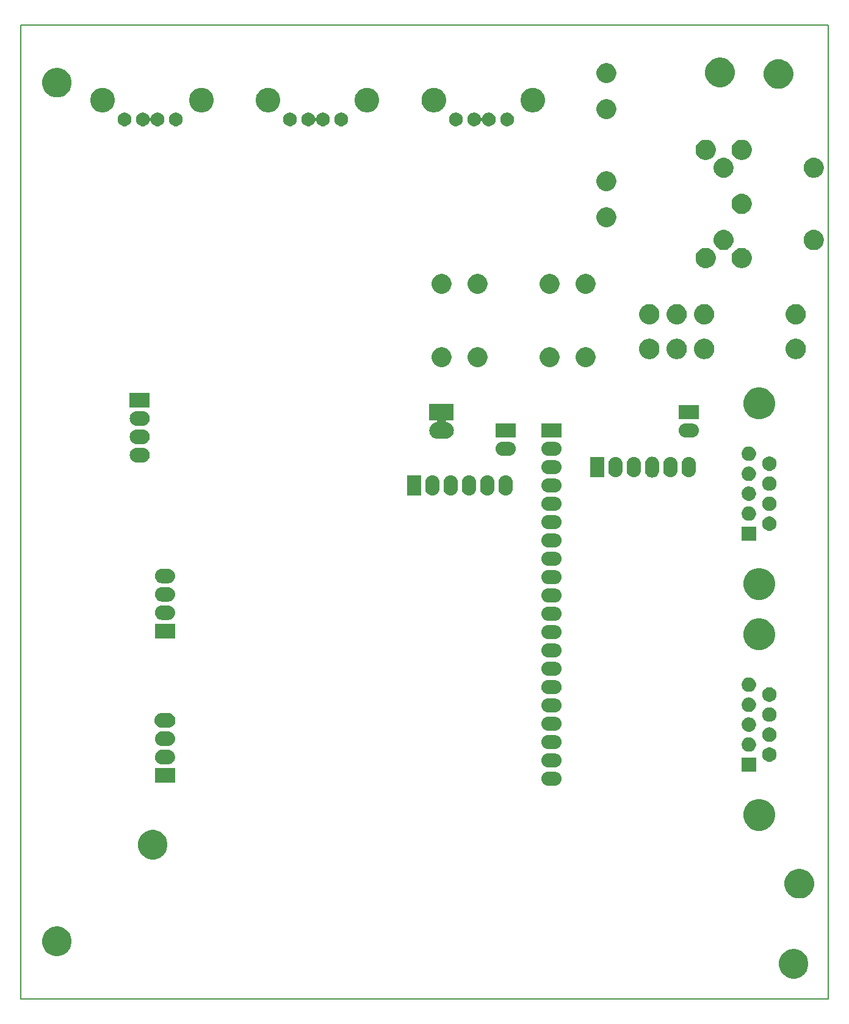
<source format=gbr>
%TF.GenerationSoftware,KiCad,Pcbnew,(5.0.1-3-g963ef8bb5)*%
%TF.CreationDate,2019-05-12T17:35:21+02:00*%
%TF.ProjectId,KaJUSBhub,4B614A5553426875622E6B696361645F,0.2*%
%TF.SameCoordinates,Original*%
%TF.FileFunction,Soldermask,Bot*%
%TF.FilePolarity,Negative*%
%FSLAX46Y46*%
G04 Gerber Fmt 4.6, Leading zero omitted, Abs format (unit mm)*
G04 Created by KiCad (PCBNEW (5.0.1-3-g963ef8bb5)) date Sonntag, 12. Mai 2019 um 17:35:21*
%MOMM*%
%LPD*%
G01*
G04 APERTURE LIST*
%ADD10C,0.150000*%
G04 APERTURE END LIST*
D10*
X108000000Y-155000000D02*
X108000000Y-20000000D01*
X220000000Y-155000000D02*
X108000000Y-155000000D01*
X108000000Y-20000000D02*
X220000000Y-20000000D01*
X220000000Y-20000000D02*
X220000000Y-155000000D01*
G36*
X215665944Y-148102520D02*
X215797963Y-148128780D01*
X215952496Y-148192790D01*
X216171038Y-148283313D01*
X216506802Y-148507663D01*
X216792337Y-148793198D01*
X217016687Y-149128962D01*
X217171220Y-149502038D01*
X217250000Y-149898091D01*
X217250000Y-150301909D01*
X217171220Y-150697962D01*
X217016687Y-151071038D01*
X216792337Y-151406802D01*
X216506802Y-151692337D01*
X216171038Y-151916687D01*
X215952496Y-152007210D01*
X215797963Y-152071220D01*
X215665944Y-152097480D01*
X215401909Y-152150000D01*
X214998091Y-152150000D01*
X214734056Y-152097480D01*
X214602037Y-152071220D01*
X214447504Y-152007210D01*
X214228962Y-151916687D01*
X213893198Y-151692337D01*
X213607663Y-151406802D01*
X213383313Y-151071038D01*
X213228780Y-150697962D01*
X213150000Y-150301909D01*
X213150000Y-149898091D01*
X213228780Y-149502038D01*
X213383313Y-149128962D01*
X213607663Y-148793198D01*
X213893198Y-148507663D01*
X214228962Y-148283313D01*
X214447504Y-148192790D01*
X214602037Y-148128780D01*
X214734056Y-148102520D01*
X214998091Y-148050000D01*
X215401909Y-148050000D01*
X215665944Y-148102520D01*
X215665944Y-148102520D01*
G37*
G36*
X113465944Y-145002520D02*
X113597963Y-145028780D01*
X113752496Y-145092790D01*
X113971038Y-145183313D01*
X114306802Y-145407663D01*
X114592337Y-145693198D01*
X114816687Y-146028962D01*
X114971220Y-146402038D01*
X115050000Y-146798091D01*
X115050000Y-147201909D01*
X114971220Y-147597962D01*
X114816687Y-147971038D01*
X114592337Y-148306802D01*
X114306802Y-148592337D01*
X113971038Y-148816687D01*
X113752496Y-148907210D01*
X113597963Y-148971220D01*
X113465944Y-148997480D01*
X113201909Y-149050000D01*
X112798091Y-149050000D01*
X112534056Y-148997480D01*
X112402037Y-148971220D01*
X112247504Y-148907210D01*
X112028962Y-148816687D01*
X111693198Y-148592337D01*
X111407663Y-148306802D01*
X111183313Y-147971038D01*
X111028780Y-147597962D01*
X110950000Y-147201909D01*
X110950000Y-146798091D01*
X111028780Y-146402038D01*
X111183313Y-146028962D01*
X111407663Y-145693198D01*
X111693198Y-145407663D01*
X112028962Y-145183313D01*
X112247504Y-145092790D01*
X112402037Y-145028780D01*
X112534056Y-145002520D01*
X112798091Y-144950000D01*
X113201909Y-144950000D01*
X113465944Y-145002520D01*
X113465944Y-145002520D01*
G37*
G36*
X216465944Y-137002520D02*
X216597963Y-137028780D01*
X216752496Y-137092790D01*
X216971038Y-137183313D01*
X217306802Y-137407663D01*
X217592337Y-137693198D01*
X217816687Y-138028962D01*
X217971220Y-138402038D01*
X218050000Y-138798091D01*
X218050000Y-139201909D01*
X217971220Y-139597962D01*
X217816687Y-139971038D01*
X217592337Y-140306802D01*
X217306802Y-140592337D01*
X216971038Y-140816687D01*
X216752496Y-140907210D01*
X216597963Y-140971220D01*
X216465944Y-140997480D01*
X216201909Y-141050000D01*
X215798091Y-141050000D01*
X215534056Y-140997480D01*
X215402037Y-140971220D01*
X215247504Y-140907210D01*
X215028962Y-140816687D01*
X214693198Y-140592337D01*
X214407663Y-140306802D01*
X214183313Y-139971038D01*
X214028780Y-139597962D01*
X213950000Y-139201909D01*
X213950000Y-138798091D01*
X214028780Y-138402038D01*
X214183313Y-138028962D01*
X214407663Y-137693198D01*
X214693198Y-137407663D01*
X215028962Y-137183313D01*
X215247504Y-137092790D01*
X215402037Y-137028780D01*
X215534056Y-137002520D01*
X215798091Y-136950000D01*
X216201909Y-136950000D01*
X216465944Y-137002520D01*
X216465944Y-137002520D01*
G37*
G36*
X126765944Y-131602520D02*
X126897963Y-131628780D01*
X126973334Y-131660000D01*
X127271038Y-131783313D01*
X127606802Y-132007663D01*
X127892337Y-132293198D01*
X128116687Y-132628962D01*
X128271220Y-133002038D01*
X128350000Y-133398091D01*
X128350000Y-133801909D01*
X128271220Y-134197962D01*
X128116687Y-134571038D01*
X127892337Y-134906802D01*
X127606802Y-135192337D01*
X127271038Y-135416687D01*
X127052496Y-135507210D01*
X126897963Y-135571220D01*
X126765944Y-135597480D01*
X126501909Y-135650000D01*
X126098091Y-135650000D01*
X125834056Y-135597480D01*
X125702037Y-135571220D01*
X125547504Y-135507210D01*
X125328962Y-135416687D01*
X124993198Y-135192337D01*
X124707663Y-134906802D01*
X124483313Y-134571038D01*
X124328780Y-134197962D01*
X124250000Y-133801909D01*
X124250000Y-133398091D01*
X124328780Y-133002038D01*
X124483313Y-132628962D01*
X124707663Y-132293198D01*
X124993198Y-132007663D01*
X125328962Y-131783313D01*
X125626666Y-131660000D01*
X125702037Y-131628780D01*
X125834056Y-131602520D01*
X126098091Y-131550000D01*
X126501909Y-131550000D01*
X126765944Y-131602520D01*
X126765944Y-131602520D01*
G37*
G36*
X211061716Y-127344544D02*
X211462090Y-127510384D01*
X211822421Y-127751150D01*
X212128850Y-128057579D01*
X212369616Y-128417910D01*
X212535456Y-128818284D01*
X212620000Y-129243317D01*
X212620000Y-129676683D01*
X212535456Y-130101716D01*
X212369616Y-130502090D01*
X212128850Y-130862421D01*
X211822421Y-131168850D01*
X211462090Y-131409616D01*
X211061716Y-131575456D01*
X210636683Y-131660000D01*
X210203317Y-131660000D01*
X209778284Y-131575456D01*
X209377910Y-131409616D01*
X209017579Y-131168850D01*
X208711150Y-130862421D01*
X208470384Y-130502090D01*
X208304544Y-130101716D01*
X208220000Y-129676683D01*
X208220000Y-129243317D01*
X208304544Y-128818284D01*
X208470384Y-128417910D01*
X208711150Y-128057579D01*
X209017579Y-127751150D01*
X209377910Y-127510384D01*
X209778284Y-127344544D01*
X210203317Y-127260000D01*
X210636683Y-127260000D01*
X211061716Y-127344544D01*
X211061716Y-127344544D01*
G37*
G36*
X182206030Y-123474469D02*
X182206033Y-123474470D01*
X182206034Y-123474470D01*
X182394535Y-123531651D01*
X182394537Y-123531652D01*
X182568260Y-123624509D01*
X182720528Y-123749472D01*
X182845491Y-123901740D01*
X182938348Y-124075463D01*
X182995531Y-124263970D01*
X183014838Y-124460000D01*
X182995531Y-124656030D01*
X182938348Y-124844537D01*
X182845491Y-125018260D01*
X182720528Y-125170528D01*
X182568260Y-125295491D01*
X182568258Y-125295492D01*
X182394535Y-125388349D01*
X182206034Y-125445530D01*
X182206033Y-125445530D01*
X182206030Y-125445531D01*
X182059124Y-125460000D01*
X181160876Y-125460000D01*
X181013970Y-125445531D01*
X181013967Y-125445530D01*
X181013966Y-125445530D01*
X180825465Y-125388349D01*
X180651742Y-125295492D01*
X180651740Y-125295491D01*
X180499472Y-125170528D01*
X180374509Y-125018260D01*
X180281652Y-124844537D01*
X180224469Y-124656030D01*
X180205162Y-124460000D01*
X180224469Y-124263970D01*
X180281652Y-124075463D01*
X180374509Y-123901740D01*
X180499472Y-123749472D01*
X180651740Y-123624509D01*
X180825463Y-123531652D01*
X180825465Y-123531651D01*
X181013966Y-123474470D01*
X181013967Y-123474470D01*
X181013970Y-123474469D01*
X181160876Y-123460000D01*
X182059124Y-123460000D01*
X182206030Y-123474469D01*
X182206030Y-123474469D01*
G37*
G36*
X129400000Y-125000000D02*
X126600000Y-125000000D01*
X126600000Y-123000000D01*
X129400000Y-123000000D01*
X129400000Y-125000000D01*
X129400000Y-125000000D01*
G37*
G36*
X210000000Y-123500000D02*
X208000000Y-123500000D01*
X208000000Y-121500000D01*
X210000000Y-121500000D01*
X210000000Y-123500000D01*
X210000000Y-123500000D01*
G37*
G36*
X182206030Y-120934469D02*
X182206033Y-120934470D01*
X182206034Y-120934470D01*
X182394535Y-120991651D01*
X182394537Y-120991652D01*
X182568260Y-121084509D01*
X182720528Y-121209472D01*
X182845491Y-121361740D01*
X182938348Y-121535463D01*
X182995531Y-121723970D01*
X183014838Y-121920000D01*
X182995531Y-122116030D01*
X182938348Y-122304537D01*
X182845491Y-122478260D01*
X182720528Y-122630528D01*
X182568260Y-122755491D01*
X182568258Y-122755492D01*
X182394535Y-122848349D01*
X182206034Y-122905530D01*
X182206033Y-122905530D01*
X182206030Y-122905531D01*
X182059124Y-122920000D01*
X181160876Y-122920000D01*
X181013970Y-122905531D01*
X181013967Y-122905530D01*
X181013966Y-122905530D01*
X180825465Y-122848349D01*
X180651742Y-122755492D01*
X180651740Y-122755491D01*
X180499472Y-122630528D01*
X180374509Y-122478260D01*
X180281652Y-122304537D01*
X180224469Y-122116030D01*
X180205162Y-121920000D01*
X180224469Y-121723970D01*
X180281652Y-121535463D01*
X180374509Y-121361740D01*
X180499472Y-121209472D01*
X180651740Y-121084509D01*
X180825463Y-120991652D01*
X180825465Y-120991651D01*
X181013966Y-120934470D01*
X181013967Y-120934470D01*
X181013970Y-120934469D01*
X181160876Y-120920000D01*
X182059124Y-120920000D01*
X182206030Y-120934469D01*
X182206030Y-120934469D01*
G37*
G36*
X128596030Y-120474469D02*
X128596033Y-120474470D01*
X128596034Y-120474470D01*
X128784535Y-120531651D01*
X128784537Y-120531652D01*
X128958260Y-120624509D01*
X129110528Y-120749472D01*
X129235491Y-120901740D01*
X129235492Y-120901742D01*
X129328349Y-121075465D01*
X129370219Y-121213493D01*
X129385531Y-121263970D01*
X129404838Y-121460000D01*
X129385531Y-121656030D01*
X129385530Y-121656033D01*
X129385530Y-121656034D01*
X129356278Y-121752466D01*
X129328348Y-121844537D01*
X129235491Y-122018260D01*
X129110528Y-122170528D01*
X128958260Y-122295491D01*
X128958258Y-122295492D01*
X128784535Y-122388349D01*
X128596034Y-122445530D01*
X128596033Y-122445530D01*
X128596030Y-122445531D01*
X128449124Y-122460000D01*
X127550876Y-122460000D01*
X127403970Y-122445531D01*
X127403967Y-122445530D01*
X127403966Y-122445530D01*
X127215465Y-122388349D01*
X127041742Y-122295492D01*
X127041740Y-122295491D01*
X126889472Y-122170528D01*
X126764509Y-122018260D01*
X126671652Y-121844537D01*
X126643723Y-121752466D01*
X126614470Y-121656034D01*
X126614470Y-121656033D01*
X126614469Y-121656030D01*
X126595162Y-121460000D01*
X126614469Y-121263970D01*
X126629781Y-121213493D01*
X126671651Y-121075465D01*
X126764508Y-120901742D01*
X126764509Y-120901740D01*
X126889472Y-120749472D01*
X127041740Y-120624509D01*
X127215463Y-120531652D01*
X127215465Y-120531651D01*
X127403966Y-120474470D01*
X127403967Y-120474470D01*
X127403970Y-120474469D01*
X127550876Y-120460000D01*
X128449124Y-120460000D01*
X128596030Y-120474469D01*
X128596030Y-120474469D01*
G37*
G36*
X212015770Y-120130372D02*
X212131689Y-120153429D01*
X212313678Y-120228811D01*
X212477463Y-120338249D01*
X212616751Y-120477537D01*
X212726189Y-120641322D01*
X212801571Y-120823311D01*
X212817171Y-120901740D01*
X212835056Y-120991651D01*
X212840000Y-121016509D01*
X212840000Y-121213491D01*
X212801571Y-121406689D01*
X212726189Y-121588678D01*
X212616751Y-121752463D01*
X212477463Y-121891751D01*
X212313678Y-122001189D01*
X212131689Y-122076571D01*
X212015770Y-122099628D01*
X211938493Y-122115000D01*
X211741507Y-122115000D01*
X211664230Y-122099628D01*
X211548311Y-122076571D01*
X211366322Y-122001189D01*
X211202537Y-121891751D01*
X211063249Y-121752463D01*
X210953811Y-121588678D01*
X210878429Y-121406689D01*
X210840000Y-121213491D01*
X210840000Y-121016509D01*
X210844945Y-120991651D01*
X210862829Y-120901740D01*
X210878429Y-120823311D01*
X210953811Y-120641322D01*
X211063249Y-120477537D01*
X211202537Y-120338249D01*
X211366322Y-120228811D01*
X211548311Y-120153429D01*
X211664230Y-120130372D01*
X211741507Y-120115000D01*
X211938493Y-120115000D01*
X212015770Y-120130372D01*
X212015770Y-120130372D01*
G37*
G36*
X209175770Y-118745372D02*
X209291689Y-118768429D01*
X209473678Y-118843811D01*
X209637463Y-118953249D01*
X209776751Y-119092537D01*
X209886189Y-119256322D01*
X209961571Y-119438311D01*
X209969517Y-119478260D01*
X210000000Y-119631507D01*
X210000000Y-119828493D01*
X209996050Y-119848349D01*
X209961571Y-120021689D01*
X209886189Y-120203678D01*
X209776751Y-120367463D01*
X209637463Y-120506751D01*
X209473678Y-120616189D01*
X209291689Y-120691571D01*
X209175770Y-120714628D01*
X209098493Y-120730000D01*
X208901507Y-120730000D01*
X208824230Y-120714628D01*
X208708311Y-120691571D01*
X208526322Y-120616189D01*
X208362537Y-120506751D01*
X208223249Y-120367463D01*
X208113811Y-120203678D01*
X208038429Y-120021689D01*
X208003950Y-119848349D01*
X208000000Y-119828493D01*
X208000000Y-119631507D01*
X208030483Y-119478260D01*
X208038429Y-119438311D01*
X208113811Y-119256322D01*
X208223249Y-119092537D01*
X208362537Y-118953249D01*
X208526322Y-118843811D01*
X208708311Y-118768429D01*
X208824230Y-118745372D01*
X208901507Y-118730000D01*
X209098493Y-118730000D01*
X209175770Y-118745372D01*
X209175770Y-118745372D01*
G37*
G36*
X182206030Y-118394469D02*
X182206033Y-118394470D01*
X182206034Y-118394470D01*
X182394535Y-118451651D01*
X182394537Y-118451652D01*
X182568260Y-118544509D01*
X182720528Y-118669472D01*
X182845491Y-118821740D01*
X182938348Y-118995463D01*
X182995531Y-119183970D01*
X183014838Y-119380000D01*
X182995531Y-119576030D01*
X182938348Y-119764537D01*
X182845491Y-119938260D01*
X182720528Y-120090528D01*
X182568260Y-120215491D01*
X182568258Y-120215492D01*
X182394535Y-120308349D01*
X182206034Y-120365530D01*
X182206033Y-120365530D01*
X182206030Y-120365531D01*
X182059124Y-120380000D01*
X181160876Y-120380000D01*
X181013970Y-120365531D01*
X181013967Y-120365530D01*
X181013966Y-120365530D01*
X180825465Y-120308349D01*
X180651742Y-120215492D01*
X180651740Y-120215491D01*
X180499472Y-120090528D01*
X180374509Y-119938260D01*
X180281652Y-119764537D01*
X180224469Y-119576030D01*
X180205162Y-119380000D01*
X180224469Y-119183970D01*
X180281652Y-118995463D01*
X180374509Y-118821740D01*
X180499472Y-118669472D01*
X180651740Y-118544509D01*
X180825463Y-118451652D01*
X180825465Y-118451651D01*
X181013966Y-118394470D01*
X181013967Y-118394470D01*
X181013970Y-118394469D01*
X181160876Y-118380000D01*
X182059124Y-118380000D01*
X182206030Y-118394469D01*
X182206030Y-118394469D01*
G37*
G36*
X128596030Y-117934469D02*
X128596033Y-117934470D01*
X128596034Y-117934470D01*
X128784535Y-117991651D01*
X128784537Y-117991652D01*
X128958260Y-118084509D01*
X129110528Y-118209472D01*
X129235491Y-118361740D01*
X129328348Y-118535463D01*
X129385531Y-118723970D01*
X129404838Y-118920000D01*
X129385531Y-119116030D01*
X129328348Y-119304537D01*
X129235491Y-119478260D01*
X129110528Y-119630528D01*
X128958260Y-119755491D01*
X128958258Y-119755492D01*
X128784535Y-119848349D01*
X128596034Y-119905530D01*
X128596033Y-119905530D01*
X128596030Y-119905531D01*
X128449124Y-119920000D01*
X127550876Y-119920000D01*
X127403970Y-119905531D01*
X127403967Y-119905530D01*
X127403966Y-119905530D01*
X127215465Y-119848349D01*
X127041742Y-119755492D01*
X127041740Y-119755491D01*
X126889472Y-119630528D01*
X126764509Y-119478260D01*
X126671652Y-119304537D01*
X126614469Y-119116030D01*
X126595162Y-118920000D01*
X126614469Y-118723970D01*
X126671652Y-118535463D01*
X126764509Y-118361740D01*
X126889472Y-118209472D01*
X127041740Y-118084509D01*
X127215463Y-117991652D01*
X127215465Y-117991651D01*
X127403966Y-117934470D01*
X127403967Y-117934470D01*
X127403970Y-117934469D01*
X127550876Y-117920000D01*
X128449124Y-117920000D01*
X128596030Y-117934469D01*
X128596030Y-117934469D01*
G37*
G36*
X212015770Y-117360372D02*
X212131689Y-117383429D01*
X212313678Y-117458811D01*
X212477463Y-117568249D01*
X212616751Y-117707537D01*
X212726189Y-117871322D01*
X212801571Y-118053311D01*
X212840000Y-118246509D01*
X212840000Y-118443491D01*
X212801571Y-118636689D01*
X212726189Y-118818678D01*
X212616751Y-118982463D01*
X212477463Y-119121751D01*
X212313678Y-119231189D01*
X212131689Y-119306571D01*
X212015770Y-119329628D01*
X211938493Y-119345000D01*
X211741507Y-119345000D01*
X211664230Y-119329628D01*
X211548311Y-119306571D01*
X211366322Y-119231189D01*
X211202537Y-119121751D01*
X211063249Y-118982463D01*
X210953811Y-118818678D01*
X210878429Y-118636689D01*
X210840000Y-118443491D01*
X210840000Y-118246509D01*
X210878429Y-118053311D01*
X210953811Y-117871322D01*
X211063249Y-117707537D01*
X211202537Y-117568249D01*
X211366322Y-117458811D01*
X211548311Y-117383429D01*
X211664230Y-117360372D01*
X211741507Y-117345000D01*
X211938493Y-117345000D01*
X212015770Y-117360372D01*
X212015770Y-117360372D01*
G37*
G36*
X209175770Y-115975372D02*
X209291689Y-115998429D01*
X209473678Y-116073811D01*
X209637463Y-116183249D01*
X209776751Y-116322537D01*
X209886189Y-116486322D01*
X209961571Y-116668311D01*
X210000000Y-116861509D01*
X210000000Y-117058491D01*
X209961571Y-117251689D01*
X209886189Y-117433678D01*
X209776751Y-117597463D01*
X209637463Y-117736751D01*
X209473678Y-117846189D01*
X209291689Y-117921571D01*
X209175770Y-117944628D01*
X209098493Y-117960000D01*
X208901507Y-117960000D01*
X208824230Y-117944628D01*
X208708311Y-117921571D01*
X208526322Y-117846189D01*
X208362537Y-117736751D01*
X208223249Y-117597463D01*
X208113811Y-117433678D01*
X208038429Y-117251689D01*
X208000000Y-117058491D01*
X208000000Y-116861509D01*
X208038429Y-116668311D01*
X208113811Y-116486322D01*
X208223249Y-116322537D01*
X208362537Y-116183249D01*
X208526322Y-116073811D01*
X208708311Y-115998429D01*
X208824230Y-115975372D01*
X208901507Y-115960000D01*
X209098493Y-115960000D01*
X209175770Y-115975372D01*
X209175770Y-115975372D01*
G37*
G36*
X182206030Y-115854469D02*
X182206033Y-115854470D01*
X182206034Y-115854470D01*
X182394535Y-115911651D01*
X182394537Y-115911652D01*
X182568260Y-116004509D01*
X182720528Y-116129472D01*
X182845491Y-116281740D01*
X182938348Y-116455463D01*
X182995531Y-116643970D01*
X183014838Y-116840000D01*
X182995531Y-117036030D01*
X182938348Y-117224537D01*
X182845491Y-117398260D01*
X182720528Y-117550528D01*
X182568260Y-117675491D01*
X182568258Y-117675492D01*
X182394535Y-117768349D01*
X182206034Y-117825530D01*
X182206033Y-117825530D01*
X182206030Y-117825531D01*
X182059124Y-117840000D01*
X181160876Y-117840000D01*
X181013970Y-117825531D01*
X181013967Y-117825530D01*
X181013966Y-117825530D01*
X180825465Y-117768349D01*
X180651742Y-117675492D01*
X180651740Y-117675491D01*
X180499472Y-117550528D01*
X180374509Y-117398260D01*
X180281652Y-117224537D01*
X180224469Y-117036030D01*
X180205162Y-116840000D01*
X180224469Y-116643970D01*
X180281652Y-116455463D01*
X180374509Y-116281740D01*
X180499472Y-116129472D01*
X180651740Y-116004509D01*
X180825463Y-115911652D01*
X180825465Y-115911651D01*
X181013966Y-115854470D01*
X181013967Y-115854470D01*
X181013970Y-115854469D01*
X181160876Y-115840000D01*
X182059124Y-115840000D01*
X182206030Y-115854469D01*
X182206030Y-115854469D01*
G37*
G36*
X128646030Y-115394469D02*
X128646033Y-115394470D01*
X128646034Y-115394470D01*
X128834535Y-115451651D01*
X128834537Y-115451652D01*
X129008260Y-115544509D01*
X129160528Y-115669472D01*
X129285491Y-115821740D01*
X129285492Y-115821742D01*
X129378349Y-115995465D01*
X129435314Y-116183253D01*
X129435531Y-116183970D01*
X129454838Y-116380000D01*
X129435531Y-116576030D01*
X129378348Y-116764537D01*
X129285491Y-116938260D01*
X129160528Y-117090528D01*
X129008260Y-117215491D01*
X129008258Y-117215492D01*
X128834535Y-117308349D01*
X128646034Y-117365530D01*
X128646033Y-117365530D01*
X128646030Y-117365531D01*
X128499124Y-117380000D01*
X127500876Y-117380000D01*
X127353970Y-117365531D01*
X127353967Y-117365530D01*
X127353966Y-117365530D01*
X127165465Y-117308349D01*
X126991742Y-117215492D01*
X126991740Y-117215491D01*
X126839472Y-117090528D01*
X126714509Y-116938260D01*
X126621652Y-116764537D01*
X126564469Y-116576030D01*
X126545162Y-116380000D01*
X126564469Y-116183970D01*
X126564686Y-116183253D01*
X126621651Y-115995465D01*
X126714508Y-115821742D01*
X126714509Y-115821740D01*
X126839472Y-115669472D01*
X126991740Y-115544509D01*
X127165463Y-115451652D01*
X127165465Y-115451651D01*
X127353966Y-115394470D01*
X127353967Y-115394470D01*
X127353970Y-115394469D01*
X127500876Y-115380000D01*
X128499124Y-115380000D01*
X128646030Y-115394469D01*
X128646030Y-115394469D01*
G37*
G36*
X212015770Y-114590372D02*
X212131689Y-114613429D01*
X212313678Y-114688811D01*
X212477463Y-114798249D01*
X212616751Y-114937537D01*
X212726189Y-115101322D01*
X212801571Y-115283311D01*
X212820803Y-115380000D01*
X212835056Y-115451651D01*
X212840000Y-115476509D01*
X212840000Y-115673491D01*
X212801571Y-115866689D01*
X212726189Y-116048678D01*
X212616751Y-116212463D01*
X212477463Y-116351751D01*
X212313678Y-116461189D01*
X212131689Y-116536571D01*
X212015770Y-116559628D01*
X211938493Y-116575000D01*
X211741507Y-116575000D01*
X211664230Y-116559628D01*
X211548311Y-116536571D01*
X211366322Y-116461189D01*
X211202537Y-116351751D01*
X211063249Y-116212463D01*
X210953811Y-116048678D01*
X210878429Y-115866689D01*
X210840000Y-115673491D01*
X210840000Y-115476509D01*
X210844945Y-115451651D01*
X210859197Y-115380000D01*
X210878429Y-115283311D01*
X210953811Y-115101322D01*
X211063249Y-114937537D01*
X211202537Y-114798249D01*
X211366322Y-114688811D01*
X211548311Y-114613429D01*
X211664230Y-114590372D01*
X211741507Y-114575000D01*
X211938493Y-114575000D01*
X212015770Y-114590372D01*
X212015770Y-114590372D01*
G37*
G36*
X182206030Y-113314469D02*
X182206033Y-113314470D01*
X182206034Y-113314470D01*
X182394535Y-113371651D01*
X182394537Y-113371652D01*
X182568260Y-113464509D01*
X182720528Y-113589472D01*
X182845491Y-113741740D01*
X182845492Y-113741742D01*
X182938349Y-113915465D01*
X182991751Y-114091509D01*
X182995531Y-114103970D01*
X183014838Y-114300000D01*
X182995531Y-114496030D01*
X182995530Y-114496033D01*
X182995530Y-114496034D01*
X182944677Y-114663675D01*
X182938348Y-114684537D01*
X182845491Y-114858260D01*
X182720528Y-115010528D01*
X182568260Y-115135491D01*
X182568258Y-115135492D01*
X182394535Y-115228349D01*
X182206034Y-115285530D01*
X182206033Y-115285530D01*
X182206030Y-115285531D01*
X182059124Y-115300000D01*
X181160876Y-115300000D01*
X181013970Y-115285531D01*
X181013967Y-115285530D01*
X181013966Y-115285530D01*
X180825465Y-115228349D01*
X180651742Y-115135492D01*
X180651740Y-115135491D01*
X180499472Y-115010528D01*
X180374509Y-114858260D01*
X180281652Y-114684537D01*
X180275324Y-114663675D01*
X180224470Y-114496034D01*
X180224470Y-114496033D01*
X180224469Y-114496030D01*
X180205162Y-114300000D01*
X180224469Y-114103970D01*
X180228249Y-114091509D01*
X180281651Y-113915465D01*
X180374508Y-113741742D01*
X180374509Y-113741740D01*
X180499472Y-113589472D01*
X180651740Y-113464509D01*
X180825463Y-113371652D01*
X180825465Y-113371651D01*
X181013966Y-113314470D01*
X181013967Y-113314470D01*
X181013970Y-113314469D01*
X181160876Y-113300000D01*
X182059124Y-113300000D01*
X182206030Y-113314469D01*
X182206030Y-113314469D01*
G37*
G36*
X209175770Y-113205372D02*
X209291689Y-113228429D01*
X209473678Y-113303811D01*
X209637463Y-113413249D01*
X209776751Y-113552537D01*
X209886189Y-113716322D01*
X209961571Y-113898311D01*
X210000000Y-114091509D01*
X210000000Y-114288491D01*
X209961571Y-114481689D01*
X209886189Y-114663678D01*
X209776751Y-114827463D01*
X209637463Y-114966751D01*
X209473678Y-115076189D01*
X209291689Y-115151571D01*
X209175770Y-115174628D01*
X209098493Y-115190000D01*
X208901507Y-115190000D01*
X208824230Y-115174628D01*
X208708311Y-115151571D01*
X208526322Y-115076189D01*
X208362537Y-114966751D01*
X208223249Y-114827463D01*
X208113811Y-114663678D01*
X208038429Y-114481689D01*
X208000000Y-114288491D01*
X208000000Y-114091509D01*
X208038429Y-113898311D01*
X208113811Y-113716322D01*
X208223249Y-113552537D01*
X208362537Y-113413249D01*
X208526322Y-113303811D01*
X208708311Y-113228429D01*
X208824230Y-113205372D01*
X208901507Y-113190000D01*
X209098493Y-113190000D01*
X209175770Y-113205372D01*
X209175770Y-113205372D01*
G37*
G36*
X212015770Y-111820372D02*
X212131689Y-111843429D01*
X212313678Y-111918811D01*
X212477463Y-112028249D01*
X212616751Y-112167537D01*
X212726189Y-112331322D01*
X212801571Y-112513311D01*
X212840000Y-112706509D01*
X212840000Y-112903491D01*
X212801571Y-113096689D01*
X212726189Y-113278678D01*
X212616751Y-113442463D01*
X212477463Y-113581751D01*
X212313678Y-113691189D01*
X212131689Y-113766571D01*
X212015770Y-113789628D01*
X211938493Y-113805000D01*
X211741507Y-113805000D01*
X211664230Y-113789628D01*
X211548311Y-113766571D01*
X211366322Y-113691189D01*
X211202537Y-113581751D01*
X211063249Y-113442463D01*
X210953811Y-113278678D01*
X210878429Y-113096689D01*
X210840000Y-112903491D01*
X210840000Y-112706509D01*
X210878429Y-112513311D01*
X210953811Y-112331322D01*
X211063249Y-112167537D01*
X211202537Y-112028249D01*
X211366322Y-111918811D01*
X211548311Y-111843429D01*
X211664230Y-111820372D01*
X211741507Y-111805000D01*
X211938493Y-111805000D01*
X212015770Y-111820372D01*
X212015770Y-111820372D01*
G37*
G36*
X182206030Y-110774469D02*
X182206033Y-110774470D01*
X182206034Y-110774470D01*
X182394535Y-110831651D01*
X182394537Y-110831652D01*
X182568260Y-110924509D01*
X182720528Y-111049472D01*
X182845491Y-111201740D01*
X182938348Y-111375463D01*
X182995531Y-111563970D01*
X183014838Y-111760000D01*
X182995531Y-111956030D01*
X182995530Y-111956033D01*
X182995530Y-111956034D01*
X182973623Y-112028253D01*
X182938348Y-112144537D01*
X182845491Y-112318260D01*
X182720528Y-112470528D01*
X182568260Y-112595491D01*
X182568258Y-112595492D01*
X182394535Y-112688349D01*
X182206034Y-112745530D01*
X182206033Y-112745530D01*
X182206030Y-112745531D01*
X182059124Y-112760000D01*
X181160876Y-112760000D01*
X181013970Y-112745531D01*
X181013967Y-112745530D01*
X181013966Y-112745530D01*
X180825465Y-112688349D01*
X180651742Y-112595492D01*
X180651740Y-112595491D01*
X180499472Y-112470528D01*
X180374509Y-112318260D01*
X180281652Y-112144537D01*
X180246378Y-112028253D01*
X180224470Y-111956034D01*
X180224470Y-111956033D01*
X180224469Y-111956030D01*
X180205162Y-111760000D01*
X180224469Y-111563970D01*
X180281652Y-111375463D01*
X180374509Y-111201740D01*
X180499472Y-111049472D01*
X180651740Y-110924509D01*
X180825463Y-110831652D01*
X180825465Y-110831651D01*
X181013966Y-110774470D01*
X181013967Y-110774470D01*
X181013970Y-110774469D01*
X181160876Y-110760000D01*
X182059124Y-110760000D01*
X182206030Y-110774469D01*
X182206030Y-110774469D01*
G37*
G36*
X209175770Y-110435372D02*
X209291689Y-110458429D01*
X209473678Y-110533811D01*
X209637463Y-110643249D01*
X209776751Y-110782537D01*
X209886189Y-110946322D01*
X209961571Y-111128311D01*
X210000000Y-111321509D01*
X210000000Y-111518491D01*
X209961571Y-111711689D01*
X209886189Y-111893678D01*
X209776751Y-112057463D01*
X209637463Y-112196751D01*
X209473678Y-112306189D01*
X209291689Y-112381571D01*
X209175770Y-112404628D01*
X209098493Y-112420000D01*
X208901507Y-112420000D01*
X208824230Y-112404628D01*
X208708311Y-112381571D01*
X208526322Y-112306189D01*
X208362537Y-112196751D01*
X208223249Y-112057463D01*
X208113811Y-111893678D01*
X208038429Y-111711689D01*
X208000000Y-111518491D01*
X208000000Y-111321509D01*
X208038429Y-111128311D01*
X208113811Y-110946322D01*
X208223249Y-110782537D01*
X208362537Y-110643249D01*
X208526322Y-110533811D01*
X208708311Y-110458429D01*
X208824230Y-110435372D01*
X208901507Y-110420000D01*
X209098493Y-110420000D01*
X209175770Y-110435372D01*
X209175770Y-110435372D01*
G37*
G36*
X182206030Y-108234469D02*
X182206033Y-108234470D01*
X182206034Y-108234470D01*
X182394535Y-108291651D01*
X182394537Y-108291652D01*
X182568260Y-108384509D01*
X182720528Y-108509472D01*
X182845491Y-108661740D01*
X182938348Y-108835463D01*
X182995531Y-109023970D01*
X183014838Y-109220000D01*
X182995531Y-109416030D01*
X182938348Y-109604537D01*
X182845491Y-109778260D01*
X182720528Y-109930528D01*
X182568260Y-110055491D01*
X182568258Y-110055492D01*
X182394535Y-110148349D01*
X182206034Y-110205530D01*
X182206033Y-110205530D01*
X182206030Y-110205531D01*
X182059124Y-110220000D01*
X181160876Y-110220000D01*
X181013970Y-110205531D01*
X181013967Y-110205530D01*
X181013966Y-110205530D01*
X180825465Y-110148349D01*
X180651742Y-110055492D01*
X180651740Y-110055491D01*
X180499472Y-109930528D01*
X180374509Y-109778260D01*
X180281652Y-109604537D01*
X180224469Y-109416030D01*
X180205162Y-109220000D01*
X180224469Y-109023970D01*
X180281652Y-108835463D01*
X180374509Y-108661740D01*
X180499472Y-108509472D01*
X180651740Y-108384509D01*
X180825463Y-108291652D01*
X180825465Y-108291651D01*
X181013966Y-108234470D01*
X181013967Y-108234470D01*
X181013970Y-108234469D01*
X181160876Y-108220000D01*
X182059124Y-108220000D01*
X182206030Y-108234469D01*
X182206030Y-108234469D01*
G37*
G36*
X182206030Y-105694469D02*
X182206033Y-105694470D01*
X182206034Y-105694470D01*
X182394535Y-105751651D01*
X182394537Y-105751652D01*
X182568260Y-105844509D01*
X182720528Y-105969472D01*
X182845491Y-106121740D01*
X182938348Y-106295463D01*
X182995531Y-106483970D01*
X183014838Y-106680000D01*
X182995531Y-106876030D01*
X182938348Y-107064537D01*
X182845491Y-107238260D01*
X182720528Y-107390528D01*
X182568260Y-107515491D01*
X182568258Y-107515492D01*
X182394535Y-107608349D01*
X182206034Y-107665530D01*
X182206033Y-107665530D01*
X182206030Y-107665531D01*
X182059124Y-107680000D01*
X181160876Y-107680000D01*
X181013970Y-107665531D01*
X181013967Y-107665530D01*
X181013966Y-107665530D01*
X180825465Y-107608349D01*
X180651742Y-107515492D01*
X180651740Y-107515491D01*
X180499472Y-107390528D01*
X180374509Y-107238260D01*
X180281652Y-107064537D01*
X180224469Y-106876030D01*
X180205162Y-106680000D01*
X180224469Y-106483970D01*
X180281652Y-106295463D01*
X180374509Y-106121740D01*
X180499472Y-105969472D01*
X180651740Y-105844509D01*
X180825463Y-105751652D01*
X180825465Y-105751651D01*
X181013966Y-105694470D01*
X181013967Y-105694470D01*
X181013970Y-105694469D01*
X181160876Y-105680000D01*
X182059124Y-105680000D01*
X182206030Y-105694469D01*
X182206030Y-105694469D01*
G37*
G36*
X211061716Y-102344544D02*
X211462090Y-102510384D01*
X211822421Y-102751150D01*
X212128850Y-103057579D01*
X212369616Y-103417910D01*
X212535456Y-103818284D01*
X212620000Y-104243317D01*
X212620000Y-104676683D01*
X212535456Y-105101716D01*
X212369616Y-105502090D01*
X212128850Y-105862421D01*
X211822421Y-106168850D01*
X211462090Y-106409616D01*
X211061716Y-106575456D01*
X210636683Y-106660000D01*
X210203317Y-106660000D01*
X209778284Y-106575456D01*
X209377910Y-106409616D01*
X209017579Y-106168850D01*
X208711150Y-105862421D01*
X208470384Y-105502090D01*
X208304544Y-105101716D01*
X208220000Y-104676683D01*
X208220000Y-104243317D01*
X208304544Y-103818284D01*
X208470384Y-103417910D01*
X208711150Y-103057579D01*
X209017579Y-102751150D01*
X209377910Y-102510384D01*
X209778284Y-102344544D01*
X210203317Y-102260000D01*
X210636683Y-102260000D01*
X211061716Y-102344544D01*
X211061716Y-102344544D01*
G37*
G36*
X182206030Y-103154469D02*
X182206033Y-103154470D01*
X182206034Y-103154470D01*
X182394535Y-103211651D01*
X182394537Y-103211652D01*
X182568260Y-103304509D01*
X182720528Y-103429472D01*
X182845491Y-103581740D01*
X182938348Y-103755463D01*
X182995531Y-103943970D01*
X183014838Y-104140000D01*
X182995531Y-104336030D01*
X182938348Y-104524537D01*
X182845491Y-104698260D01*
X182720528Y-104850528D01*
X182568260Y-104975491D01*
X182568258Y-104975492D01*
X182394535Y-105068349D01*
X182206034Y-105125530D01*
X182206033Y-105125530D01*
X182206030Y-105125531D01*
X182059124Y-105140000D01*
X181160876Y-105140000D01*
X181013970Y-105125531D01*
X181013967Y-105125530D01*
X181013966Y-105125530D01*
X180825465Y-105068349D01*
X180651742Y-104975492D01*
X180651740Y-104975491D01*
X180499472Y-104850528D01*
X180374509Y-104698260D01*
X180281652Y-104524537D01*
X180224469Y-104336030D01*
X180205162Y-104140000D01*
X180224469Y-103943970D01*
X180281652Y-103755463D01*
X180374509Y-103581740D01*
X180499472Y-103429472D01*
X180651740Y-103304509D01*
X180825463Y-103211652D01*
X180825465Y-103211651D01*
X181013966Y-103154470D01*
X181013967Y-103154470D01*
X181013970Y-103154469D01*
X181160876Y-103140000D01*
X182059124Y-103140000D01*
X182206030Y-103154469D01*
X182206030Y-103154469D01*
G37*
G36*
X129400000Y-105000000D02*
X126600000Y-105000000D01*
X126600000Y-103000000D01*
X129400000Y-103000000D01*
X129400000Y-105000000D01*
X129400000Y-105000000D01*
G37*
G36*
X182206030Y-100614469D02*
X182206033Y-100614470D01*
X182206034Y-100614470D01*
X182394535Y-100671651D01*
X182394537Y-100671652D01*
X182568260Y-100764509D01*
X182720528Y-100889472D01*
X182845491Y-101041740D01*
X182845492Y-101041742D01*
X182938349Y-101215465D01*
X182995530Y-101403966D01*
X182995531Y-101403970D01*
X183014838Y-101600000D01*
X182995531Y-101796030D01*
X182938348Y-101984537D01*
X182845491Y-102158260D01*
X182720528Y-102310528D01*
X182568260Y-102435491D01*
X182522407Y-102460000D01*
X182394535Y-102528349D01*
X182206034Y-102585530D01*
X182206033Y-102585530D01*
X182206030Y-102585531D01*
X182059124Y-102600000D01*
X181160876Y-102600000D01*
X181013970Y-102585531D01*
X181013967Y-102585530D01*
X181013966Y-102585530D01*
X180825465Y-102528349D01*
X180697593Y-102460000D01*
X180651740Y-102435491D01*
X180499472Y-102310528D01*
X180374509Y-102158260D01*
X180281652Y-101984537D01*
X180224469Y-101796030D01*
X180205162Y-101600000D01*
X180224469Y-101403970D01*
X180224470Y-101403966D01*
X180281651Y-101215465D01*
X180374508Y-101041742D01*
X180374509Y-101041740D01*
X180499472Y-100889472D01*
X180651740Y-100764509D01*
X180825463Y-100671652D01*
X180825465Y-100671651D01*
X181013966Y-100614470D01*
X181013967Y-100614470D01*
X181013970Y-100614469D01*
X181160876Y-100600000D01*
X182059124Y-100600000D01*
X182206030Y-100614469D01*
X182206030Y-100614469D01*
G37*
G36*
X128596030Y-100474469D02*
X128596033Y-100474470D01*
X128596034Y-100474470D01*
X128784535Y-100531651D01*
X128784537Y-100531652D01*
X128958260Y-100624509D01*
X129110528Y-100749472D01*
X129235491Y-100901740D01*
X129328348Y-101075463D01*
X129385531Y-101263970D01*
X129404838Y-101460000D01*
X129385531Y-101656030D01*
X129385530Y-101656033D01*
X129385530Y-101656034D01*
X129343062Y-101796034D01*
X129328348Y-101844537D01*
X129235491Y-102018260D01*
X129110528Y-102170528D01*
X128958260Y-102295491D01*
X128784537Y-102388348D01*
X128784535Y-102388349D01*
X128596034Y-102445530D01*
X128596033Y-102445530D01*
X128596030Y-102445531D01*
X128449124Y-102460000D01*
X127550876Y-102460000D01*
X127403970Y-102445531D01*
X127403967Y-102445530D01*
X127403966Y-102445530D01*
X127215465Y-102388349D01*
X127215463Y-102388348D01*
X127041740Y-102295491D01*
X126889472Y-102170528D01*
X126764509Y-102018260D01*
X126671652Y-101844537D01*
X126656939Y-101796034D01*
X126614470Y-101656034D01*
X126614470Y-101656033D01*
X126614469Y-101656030D01*
X126595162Y-101460000D01*
X126614469Y-101263970D01*
X126671652Y-101075463D01*
X126764509Y-100901740D01*
X126889472Y-100749472D01*
X127041740Y-100624509D01*
X127215463Y-100531652D01*
X127215465Y-100531651D01*
X127403966Y-100474470D01*
X127403967Y-100474470D01*
X127403970Y-100474469D01*
X127550876Y-100460000D01*
X128449124Y-100460000D01*
X128596030Y-100474469D01*
X128596030Y-100474469D01*
G37*
G36*
X182206030Y-98074469D02*
X182206033Y-98074470D01*
X182206034Y-98074470D01*
X182394535Y-98131651D01*
X182394537Y-98131652D01*
X182568260Y-98224509D01*
X182720528Y-98349472D01*
X182845491Y-98501740D01*
X182845492Y-98501742D01*
X182938349Y-98675465D01*
X182995060Y-98862418D01*
X182995531Y-98863970D01*
X183014838Y-99060000D01*
X182995531Y-99256030D01*
X182995530Y-99256033D01*
X182995530Y-99256034D01*
X182948942Y-99409616D01*
X182938348Y-99444537D01*
X182845491Y-99618260D01*
X182720528Y-99770528D01*
X182568260Y-99895491D01*
X182522407Y-99920000D01*
X182394535Y-99988349D01*
X182206034Y-100045530D01*
X182206033Y-100045530D01*
X182206030Y-100045531D01*
X182059124Y-100060000D01*
X181160876Y-100060000D01*
X181013970Y-100045531D01*
X181013967Y-100045530D01*
X181013966Y-100045530D01*
X180825465Y-99988349D01*
X180697593Y-99920000D01*
X180651740Y-99895491D01*
X180499472Y-99770528D01*
X180374509Y-99618260D01*
X180281652Y-99444537D01*
X180271059Y-99409616D01*
X180224470Y-99256034D01*
X180224470Y-99256033D01*
X180224469Y-99256030D01*
X180205162Y-99060000D01*
X180224469Y-98863970D01*
X180224940Y-98862418D01*
X180281651Y-98675465D01*
X180374508Y-98501742D01*
X180374509Y-98501740D01*
X180499472Y-98349472D01*
X180651740Y-98224509D01*
X180825463Y-98131652D01*
X180825465Y-98131651D01*
X181013966Y-98074470D01*
X181013967Y-98074470D01*
X181013970Y-98074469D01*
X181160876Y-98060000D01*
X182059124Y-98060000D01*
X182206030Y-98074469D01*
X182206030Y-98074469D01*
G37*
G36*
X128596030Y-97934469D02*
X128596033Y-97934470D01*
X128596034Y-97934470D01*
X128784535Y-97991651D01*
X128784537Y-97991652D01*
X128958260Y-98084509D01*
X129110528Y-98209472D01*
X129235491Y-98361740D01*
X129328348Y-98535463D01*
X129385531Y-98723970D01*
X129404838Y-98920000D01*
X129385531Y-99116030D01*
X129385530Y-99116033D01*
X129385530Y-99116034D01*
X129343062Y-99256034D01*
X129328348Y-99304537D01*
X129235491Y-99478260D01*
X129110528Y-99630528D01*
X128958260Y-99755491D01*
X128958258Y-99755492D01*
X128784535Y-99848349D01*
X128596034Y-99905530D01*
X128596033Y-99905530D01*
X128596030Y-99905531D01*
X128449124Y-99920000D01*
X127550876Y-99920000D01*
X127403970Y-99905531D01*
X127403967Y-99905530D01*
X127403966Y-99905530D01*
X127215465Y-99848349D01*
X127041742Y-99755492D01*
X127041740Y-99755491D01*
X126889472Y-99630528D01*
X126764509Y-99478260D01*
X126671652Y-99304537D01*
X126656939Y-99256034D01*
X126614470Y-99116034D01*
X126614470Y-99116033D01*
X126614469Y-99116030D01*
X126595162Y-98920000D01*
X126614469Y-98723970D01*
X126671652Y-98535463D01*
X126764509Y-98361740D01*
X126889472Y-98209472D01*
X127041740Y-98084509D01*
X127215463Y-97991652D01*
X127215465Y-97991651D01*
X127403966Y-97934470D01*
X127403967Y-97934470D01*
X127403970Y-97934469D01*
X127550876Y-97920000D01*
X128449124Y-97920000D01*
X128596030Y-97934469D01*
X128596030Y-97934469D01*
G37*
G36*
X211061716Y-95344544D02*
X211462090Y-95510384D01*
X211822421Y-95751150D01*
X212128850Y-96057579D01*
X212369616Y-96417910D01*
X212535456Y-96818284D01*
X212620000Y-97243317D01*
X212620000Y-97676683D01*
X212535456Y-98101716D01*
X212369616Y-98502090D01*
X212128850Y-98862421D01*
X211822421Y-99168850D01*
X211462090Y-99409616D01*
X211061716Y-99575456D01*
X210636683Y-99660000D01*
X210203317Y-99660000D01*
X209778284Y-99575456D01*
X209377910Y-99409616D01*
X209017579Y-99168850D01*
X208711150Y-98862421D01*
X208470384Y-98502090D01*
X208304544Y-98101716D01*
X208220000Y-97676683D01*
X208220000Y-97243317D01*
X208304544Y-96818284D01*
X208470384Y-96417910D01*
X208711150Y-96057579D01*
X209017579Y-95751150D01*
X209377910Y-95510384D01*
X209778284Y-95344544D01*
X210203317Y-95260000D01*
X210636683Y-95260000D01*
X211061716Y-95344544D01*
X211061716Y-95344544D01*
G37*
G36*
X182206030Y-95534469D02*
X182206033Y-95534470D01*
X182206034Y-95534470D01*
X182394535Y-95591651D01*
X182394537Y-95591652D01*
X182568260Y-95684509D01*
X182720528Y-95809472D01*
X182845491Y-95961740D01*
X182845492Y-95961742D01*
X182938349Y-96135465D01*
X182995530Y-96323966D01*
X182995531Y-96323970D01*
X183014838Y-96520000D01*
X182995531Y-96716030D01*
X182938348Y-96904537D01*
X182845491Y-97078260D01*
X182720528Y-97230528D01*
X182568260Y-97355491D01*
X182522407Y-97380000D01*
X182394535Y-97448349D01*
X182206034Y-97505530D01*
X182206033Y-97505530D01*
X182206030Y-97505531D01*
X182059124Y-97520000D01*
X181160876Y-97520000D01*
X181013970Y-97505531D01*
X181013967Y-97505530D01*
X181013966Y-97505530D01*
X180825465Y-97448349D01*
X180697593Y-97380000D01*
X180651740Y-97355491D01*
X180499472Y-97230528D01*
X180374509Y-97078260D01*
X180281652Y-96904537D01*
X180224469Y-96716030D01*
X180205162Y-96520000D01*
X180224469Y-96323970D01*
X180224470Y-96323966D01*
X180281651Y-96135465D01*
X180374508Y-95961742D01*
X180374509Y-95961740D01*
X180499472Y-95809472D01*
X180651740Y-95684509D01*
X180825463Y-95591652D01*
X180825465Y-95591651D01*
X181013966Y-95534470D01*
X181013967Y-95534470D01*
X181013970Y-95534469D01*
X181160876Y-95520000D01*
X182059124Y-95520000D01*
X182206030Y-95534469D01*
X182206030Y-95534469D01*
G37*
G36*
X128596030Y-95394469D02*
X128596033Y-95394470D01*
X128596034Y-95394470D01*
X128784535Y-95451651D01*
X128784537Y-95451652D01*
X128958260Y-95544509D01*
X129110528Y-95669472D01*
X129235491Y-95821740D01*
X129328348Y-95995463D01*
X129385531Y-96183970D01*
X129404838Y-96380000D01*
X129385531Y-96576030D01*
X129385530Y-96576033D01*
X129385530Y-96576034D01*
X129343062Y-96716034D01*
X129328348Y-96764537D01*
X129235491Y-96938260D01*
X129110528Y-97090528D01*
X128958260Y-97215491D01*
X128784537Y-97308348D01*
X128784535Y-97308349D01*
X128596034Y-97365530D01*
X128596033Y-97365530D01*
X128596030Y-97365531D01*
X128449124Y-97380000D01*
X127550876Y-97380000D01*
X127403970Y-97365531D01*
X127403967Y-97365530D01*
X127403966Y-97365530D01*
X127215465Y-97308349D01*
X127215463Y-97308348D01*
X127041740Y-97215491D01*
X126889472Y-97090528D01*
X126764509Y-96938260D01*
X126671652Y-96764537D01*
X126656939Y-96716034D01*
X126614470Y-96576034D01*
X126614470Y-96576033D01*
X126614469Y-96576030D01*
X126595162Y-96380000D01*
X126614469Y-96183970D01*
X126671652Y-95995463D01*
X126764509Y-95821740D01*
X126889472Y-95669472D01*
X127041740Y-95544509D01*
X127215463Y-95451652D01*
X127215465Y-95451651D01*
X127403966Y-95394470D01*
X127403967Y-95394470D01*
X127403970Y-95394469D01*
X127550876Y-95380000D01*
X128449124Y-95380000D01*
X128596030Y-95394469D01*
X128596030Y-95394469D01*
G37*
G36*
X182206030Y-92994469D02*
X182206033Y-92994470D01*
X182206034Y-92994470D01*
X182394535Y-93051651D01*
X182394537Y-93051652D01*
X182568260Y-93144509D01*
X182720528Y-93269472D01*
X182845491Y-93421740D01*
X182938348Y-93595463D01*
X182995531Y-93783970D01*
X183014838Y-93980000D01*
X182995531Y-94176030D01*
X182938348Y-94364537D01*
X182845491Y-94538260D01*
X182720528Y-94690528D01*
X182568260Y-94815491D01*
X182568258Y-94815492D01*
X182394535Y-94908349D01*
X182206034Y-94965530D01*
X182206033Y-94965530D01*
X182206030Y-94965531D01*
X182059124Y-94980000D01*
X181160876Y-94980000D01*
X181013970Y-94965531D01*
X181013967Y-94965530D01*
X181013966Y-94965530D01*
X180825465Y-94908349D01*
X180651742Y-94815492D01*
X180651740Y-94815491D01*
X180499472Y-94690528D01*
X180374509Y-94538260D01*
X180281652Y-94364537D01*
X180224469Y-94176030D01*
X180205162Y-93980000D01*
X180224469Y-93783970D01*
X180281652Y-93595463D01*
X180374509Y-93421740D01*
X180499472Y-93269472D01*
X180651740Y-93144509D01*
X180825463Y-93051652D01*
X180825465Y-93051651D01*
X181013966Y-92994470D01*
X181013967Y-92994470D01*
X181013970Y-92994469D01*
X181160876Y-92980000D01*
X182059124Y-92980000D01*
X182206030Y-92994469D01*
X182206030Y-92994469D01*
G37*
G36*
X182206030Y-90454469D02*
X182206033Y-90454470D01*
X182206034Y-90454470D01*
X182394535Y-90511651D01*
X182394537Y-90511652D01*
X182568260Y-90604509D01*
X182720528Y-90729472D01*
X182845491Y-90881740D01*
X182938348Y-91055463D01*
X182995531Y-91243970D01*
X183014838Y-91440000D01*
X182995531Y-91636030D01*
X182938348Y-91824537D01*
X182845491Y-91998260D01*
X182720528Y-92150528D01*
X182568260Y-92275491D01*
X182568258Y-92275492D01*
X182394535Y-92368349D01*
X182206034Y-92425530D01*
X182206033Y-92425530D01*
X182206030Y-92425531D01*
X182059124Y-92440000D01*
X181160876Y-92440000D01*
X181013970Y-92425531D01*
X181013967Y-92425530D01*
X181013966Y-92425530D01*
X180825465Y-92368349D01*
X180651742Y-92275492D01*
X180651740Y-92275491D01*
X180499472Y-92150528D01*
X180374509Y-91998260D01*
X180281652Y-91824537D01*
X180224469Y-91636030D01*
X180205162Y-91440000D01*
X180224469Y-91243970D01*
X180281652Y-91055463D01*
X180374509Y-90881740D01*
X180499472Y-90729472D01*
X180651740Y-90604509D01*
X180825463Y-90511652D01*
X180825465Y-90511651D01*
X181013966Y-90454470D01*
X181013967Y-90454470D01*
X181013970Y-90454469D01*
X181160876Y-90440000D01*
X182059124Y-90440000D01*
X182206030Y-90454469D01*
X182206030Y-90454469D01*
G37*
G36*
X210000000Y-91500000D02*
X208000000Y-91500000D01*
X208000000Y-89500000D01*
X210000000Y-89500000D01*
X210000000Y-91500000D01*
X210000000Y-91500000D01*
G37*
G36*
X212015770Y-88130372D02*
X212131689Y-88153429D01*
X212313678Y-88228811D01*
X212477463Y-88338249D01*
X212616751Y-88477537D01*
X212726189Y-88641322D01*
X212801571Y-88823311D01*
X212840000Y-89016509D01*
X212840000Y-89213491D01*
X212801571Y-89406689D01*
X212726189Y-89588678D01*
X212616751Y-89752463D01*
X212477463Y-89891751D01*
X212313678Y-90001189D01*
X212131689Y-90076571D01*
X212015770Y-90099628D01*
X211938493Y-90115000D01*
X211741507Y-90115000D01*
X211664230Y-90099628D01*
X211548311Y-90076571D01*
X211366322Y-90001189D01*
X211202537Y-89891751D01*
X211063249Y-89752463D01*
X210953811Y-89588678D01*
X210878429Y-89406689D01*
X210840000Y-89213491D01*
X210840000Y-89016509D01*
X210878429Y-88823311D01*
X210953811Y-88641322D01*
X211063249Y-88477537D01*
X211202537Y-88338249D01*
X211366322Y-88228811D01*
X211548311Y-88153429D01*
X211664230Y-88130372D01*
X211741507Y-88115000D01*
X211938493Y-88115000D01*
X212015770Y-88130372D01*
X212015770Y-88130372D01*
G37*
G36*
X182206030Y-87914469D02*
X182206033Y-87914470D01*
X182206034Y-87914470D01*
X182394535Y-87971651D01*
X182394537Y-87971652D01*
X182568260Y-88064509D01*
X182720528Y-88189472D01*
X182845491Y-88341740D01*
X182938348Y-88515463D01*
X182995531Y-88703970D01*
X183014838Y-88900000D01*
X182995531Y-89096030D01*
X182938348Y-89284537D01*
X182845491Y-89458260D01*
X182720528Y-89610528D01*
X182568260Y-89735491D01*
X182568258Y-89735492D01*
X182394535Y-89828349D01*
X182206034Y-89885530D01*
X182206033Y-89885530D01*
X182206030Y-89885531D01*
X182059124Y-89900000D01*
X181160876Y-89900000D01*
X181013970Y-89885531D01*
X181013967Y-89885530D01*
X181013966Y-89885530D01*
X180825465Y-89828349D01*
X180651742Y-89735492D01*
X180651740Y-89735491D01*
X180499472Y-89610528D01*
X180374509Y-89458260D01*
X180281652Y-89284537D01*
X180224469Y-89096030D01*
X180205162Y-88900000D01*
X180224469Y-88703970D01*
X180281652Y-88515463D01*
X180374509Y-88341740D01*
X180499472Y-88189472D01*
X180651740Y-88064509D01*
X180825463Y-87971652D01*
X180825465Y-87971651D01*
X181013966Y-87914470D01*
X181013967Y-87914470D01*
X181013970Y-87914469D01*
X181160876Y-87900000D01*
X182059124Y-87900000D01*
X182206030Y-87914469D01*
X182206030Y-87914469D01*
G37*
G36*
X209171564Y-86744535D02*
X209291689Y-86768429D01*
X209473678Y-86843811D01*
X209637463Y-86953249D01*
X209776751Y-87092537D01*
X209886189Y-87256322D01*
X209961571Y-87438311D01*
X210000000Y-87631509D01*
X210000000Y-87828491D01*
X209961571Y-88021689D01*
X209886189Y-88203678D01*
X209776751Y-88367463D01*
X209637463Y-88506751D01*
X209473678Y-88616189D01*
X209291689Y-88691571D01*
X209175770Y-88714628D01*
X209098493Y-88730000D01*
X208901507Y-88730000D01*
X208824230Y-88714628D01*
X208708311Y-88691571D01*
X208526322Y-88616189D01*
X208362537Y-88506751D01*
X208223249Y-88367463D01*
X208113811Y-88203678D01*
X208038429Y-88021689D01*
X208000000Y-87828491D01*
X208000000Y-87631509D01*
X208038429Y-87438311D01*
X208113811Y-87256322D01*
X208223249Y-87092537D01*
X208362537Y-86953249D01*
X208526322Y-86843811D01*
X208708311Y-86768429D01*
X208828436Y-86744535D01*
X208901507Y-86730000D01*
X209098493Y-86730000D01*
X209171564Y-86744535D01*
X209171564Y-86744535D01*
G37*
G36*
X182206030Y-85374469D02*
X182206033Y-85374470D01*
X182206034Y-85374470D01*
X182394535Y-85431651D01*
X182394537Y-85431652D01*
X182568260Y-85524509D01*
X182720528Y-85649472D01*
X182845491Y-85801740D01*
X182938348Y-85975463D01*
X182995531Y-86163970D01*
X183014838Y-86360000D01*
X182995531Y-86556030D01*
X182995530Y-86556033D01*
X182995530Y-86556034D01*
X182971064Y-86636689D01*
X182938348Y-86744537D01*
X182845491Y-86918260D01*
X182720528Y-87070528D01*
X182568260Y-87195491D01*
X182568258Y-87195492D01*
X182394535Y-87288349D01*
X182206034Y-87345530D01*
X182206033Y-87345530D01*
X182206030Y-87345531D01*
X182059124Y-87360000D01*
X181160876Y-87360000D01*
X181013970Y-87345531D01*
X181013967Y-87345530D01*
X181013966Y-87345530D01*
X180825465Y-87288349D01*
X180651742Y-87195492D01*
X180651740Y-87195491D01*
X180499472Y-87070528D01*
X180374509Y-86918260D01*
X180281652Y-86744537D01*
X180248937Y-86636689D01*
X180224470Y-86556034D01*
X180224470Y-86556033D01*
X180224469Y-86556030D01*
X180205162Y-86360000D01*
X180224469Y-86163970D01*
X180281652Y-85975463D01*
X180374509Y-85801740D01*
X180499472Y-85649472D01*
X180651740Y-85524509D01*
X180825463Y-85431652D01*
X180825465Y-85431651D01*
X181013966Y-85374470D01*
X181013967Y-85374470D01*
X181013970Y-85374469D01*
X181160876Y-85360000D01*
X182059124Y-85360000D01*
X182206030Y-85374469D01*
X182206030Y-85374469D01*
G37*
G36*
X212013902Y-85360000D02*
X212131689Y-85383429D01*
X212313678Y-85458811D01*
X212477463Y-85568249D01*
X212616751Y-85707537D01*
X212726189Y-85871322D01*
X212801571Y-86053311D01*
X212840000Y-86246509D01*
X212840000Y-86443491D01*
X212801571Y-86636689D01*
X212726189Y-86818678D01*
X212616751Y-86982463D01*
X212477463Y-87121751D01*
X212313678Y-87231189D01*
X212131689Y-87306571D01*
X212015770Y-87329628D01*
X211938493Y-87345000D01*
X211741507Y-87345000D01*
X211664230Y-87329628D01*
X211548311Y-87306571D01*
X211366322Y-87231189D01*
X211202537Y-87121751D01*
X211063249Y-86982463D01*
X210953811Y-86818678D01*
X210878429Y-86636689D01*
X210840000Y-86443491D01*
X210840000Y-86246509D01*
X210878429Y-86053311D01*
X210953811Y-85871322D01*
X211063249Y-85707537D01*
X211202537Y-85568249D01*
X211366322Y-85458811D01*
X211548311Y-85383429D01*
X211666098Y-85360000D01*
X211741507Y-85345000D01*
X211938493Y-85345000D01*
X212013902Y-85360000D01*
X212013902Y-85360000D01*
G37*
G36*
X209175770Y-83975372D02*
X209291689Y-83998429D01*
X209473678Y-84073811D01*
X209637463Y-84183249D01*
X209776751Y-84322537D01*
X209886189Y-84486322D01*
X209961571Y-84668311D01*
X209977491Y-84748348D01*
X209991744Y-84820000D01*
X210000000Y-84861509D01*
X210000000Y-85058491D01*
X209961571Y-85251689D01*
X209886189Y-85433678D01*
X209776751Y-85597463D01*
X209637463Y-85736751D01*
X209473678Y-85846189D01*
X209291689Y-85921571D01*
X209175770Y-85944628D01*
X209098493Y-85960000D01*
X208901507Y-85960000D01*
X208824230Y-85944628D01*
X208708311Y-85921571D01*
X208526322Y-85846189D01*
X208362537Y-85736751D01*
X208223249Y-85597463D01*
X208113811Y-85433678D01*
X208038429Y-85251689D01*
X208000000Y-85058491D01*
X208000000Y-84861509D01*
X208008257Y-84820000D01*
X208022509Y-84748348D01*
X208038429Y-84668311D01*
X208113811Y-84486322D01*
X208223249Y-84322537D01*
X208362537Y-84183249D01*
X208526322Y-84073811D01*
X208708311Y-83998429D01*
X208824230Y-83975372D01*
X208901507Y-83960000D01*
X209098493Y-83960000D01*
X209175770Y-83975372D01*
X209175770Y-83975372D01*
G37*
G36*
X175456029Y-82434469D02*
X175456032Y-82434470D01*
X175456033Y-82434470D01*
X175644534Y-82491651D01*
X175644536Y-82491652D01*
X175644539Y-82491653D01*
X175818258Y-82584507D01*
X175970528Y-82709472D01*
X176095491Y-82861740D01*
X176095492Y-82861742D01*
X176188349Y-83035465D01*
X176245530Y-83223966D01*
X176245531Y-83223970D01*
X176260000Y-83370876D01*
X176260000Y-84269123D01*
X176245531Y-84416031D01*
X176188349Y-84604536D01*
X176095491Y-84778260D01*
X175970528Y-84930528D01*
X175818260Y-85055491D01*
X175818258Y-85055492D01*
X175644535Y-85148349D01*
X175456034Y-85205530D01*
X175456033Y-85205530D01*
X175456030Y-85205531D01*
X175260000Y-85224838D01*
X175063971Y-85205531D01*
X175063968Y-85205530D01*
X175063967Y-85205530D01*
X174875466Y-85148349D01*
X174701743Y-85055492D01*
X174701741Y-85055491D01*
X174549473Y-84930528D01*
X174424510Y-84778260D01*
X174331651Y-84604533D01*
X174274469Y-84416035D01*
X174260000Y-84269124D01*
X174260000Y-83370877D01*
X174274469Y-83223971D01*
X174274470Y-83223967D01*
X174331651Y-83035466D01*
X174331652Y-83035464D01*
X174331653Y-83035461D01*
X174424507Y-82861742D01*
X174549472Y-82709472D01*
X174701740Y-82584509D01*
X174875463Y-82491652D01*
X174875465Y-82491651D01*
X175063966Y-82434470D01*
X175063967Y-82434470D01*
X175063970Y-82434469D01*
X175260000Y-82415162D01*
X175456029Y-82434469D01*
X175456029Y-82434469D01*
G37*
G36*
X165296029Y-82434469D02*
X165296032Y-82434470D01*
X165296033Y-82434470D01*
X165484534Y-82491651D01*
X165484536Y-82491652D01*
X165484539Y-82491653D01*
X165658258Y-82584507D01*
X165810528Y-82709472D01*
X165935491Y-82861740D01*
X165935492Y-82861742D01*
X166028349Y-83035465D01*
X166085530Y-83223966D01*
X166085531Y-83223970D01*
X166100000Y-83370876D01*
X166100000Y-84269123D01*
X166085531Y-84416031D01*
X166028349Y-84604536D01*
X165935491Y-84778260D01*
X165810528Y-84930528D01*
X165658260Y-85055491D01*
X165658258Y-85055492D01*
X165484535Y-85148349D01*
X165296034Y-85205530D01*
X165296033Y-85205530D01*
X165296030Y-85205531D01*
X165100000Y-85224838D01*
X164903971Y-85205531D01*
X164903968Y-85205530D01*
X164903967Y-85205530D01*
X164715466Y-85148349D01*
X164541743Y-85055492D01*
X164541741Y-85055491D01*
X164389473Y-84930528D01*
X164264510Y-84778260D01*
X164171651Y-84604533D01*
X164114469Y-84416035D01*
X164100000Y-84269124D01*
X164100000Y-83370877D01*
X164114469Y-83223971D01*
X164114470Y-83223967D01*
X164171651Y-83035466D01*
X164171652Y-83035464D01*
X164171653Y-83035461D01*
X164264507Y-82861742D01*
X164389472Y-82709472D01*
X164541740Y-82584509D01*
X164715463Y-82491652D01*
X164715465Y-82491651D01*
X164903966Y-82434470D01*
X164903967Y-82434470D01*
X164903970Y-82434469D01*
X165100000Y-82415162D01*
X165296029Y-82434469D01*
X165296029Y-82434469D01*
G37*
G36*
X167836029Y-82434469D02*
X167836032Y-82434470D01*
X167836033Y-82434470D01*
X168024534Y-82491651D01*
X168024536Y-82491652D01*
X168024539Y-82491653D01*
X168198258Y-82584507D01*
X168350528Y-82709472D01*
X168475491Y-82861740D01*
X168475492Y-82861742D01*
X168568349Y-83035465D01*
X168625530Y-83223966D01*
X168625531Y-83223970D01*
X168640000Y-83370876D01*
X168640000Y-84269123D01*
X168625531Y-84416031D01*
X168568349Y-84604536D01*
X168475491Y-84778260D01*
X168350528Y-84930528D01*
X168198260Y-85055491D01*
X168198258Y-85055492D01*
X168024535Y-85148349D01*
X167836034Y-85205530D01*
X167836033Y-85205530D01*
X167836030Y-85205531D01*
X167640000Y-85224838D01*
X167443971Y-85205531D01*
X167443968Y-85205530D01*
X167443967Y-85205530D01*
X167255466Y-85148349D01*
X167081743Y-85055492D01*
X167081741Y-85055491D01*
X166929473Y-84930528D01*
X166804510Y-84778260D01*
X166711651Y-84604533D01*
X166654469Y-84416035D01*
X166640000Y-84269124D01*
X166640000Y-83370877D01*
X166654469Y-83223971D01*
X166654470Y-83223967D01*
X166711651Y-83035466D01*
X166711652Y-83035464D01*
X166711653Y-83035461D01*
X166804507Y-82861742D01*
X166929472Y-82709472D01*
X167081740Y-82584509D01*
X167255463Y-82491652D01*
X167255465Y-82491651D01*
X167443966Y-82434470D01*
X167443967Y-82434470D01*
X167443970Y-82434469D01*
X167640000Y-82415162D01*
X167836029Y-82434469D01*
X167836029Y-82434469D01*
G37*
G36*
X170376029Y-82434469D02*
X170376032Y-82434470D01*
X170376033Y-82434470D01*
X170564534Y-82491651D01*
X170564536Y-82491652D01*
X170564539Y-82491653D01*
X170738258Y-82584507D01*
X170890528Y-82709472D01*
X171015491Y-82861740D01*
X171015492Y-82861742D01*
X171108349Y-83035465D01*
X171165530Y-83223966D01*
X171165531Y-83223970D01*
X171180000Y-83370876D01*
X171180000Y-84269123D01*
X171165531Y-84416031D01*
X171108349Y-84604536D01*
X171015491Y-84778260D01*
X170890528Y-84930528D01*
X170738260Y-85055491D01*
X170738258Y-85055492D01*
X170564535Y-85148349D01*
X170376034Y-85205530D01*
X170376033Y-85205530D01*
X170376030Y-85205531D01*
X170180000Y-85224838D01*
X169983971Y-85205531D01*
X169983968Y-85205530D01*
X169983967Y-85205530D01*
X169795466Y-85148349D01*
X169621743Y-85055492D01*
X169621741Y-85055491D01*
X169469473Y-84930528D01*
X169344510Y-84778260D01*
X169251651Y-84604533D01*
X169194469Y-84416035D01*
X169180000Y-84269124D01*
X169180000Y-83370877D01*
X169194469Y-83223971D01*
X169194470Y-83223967D01*
X169251651Y-83035466D01*
X169251652Y-83035464D01*
X169251653Y-83035461D01*
X169344507Y-82861742D01*
X169469472Y-82709472D01*
X169621740Y-82584509D01*
X169795463Y-82491652D01*
X169795465Y-82491651D01*
X169983966Y-82434470D01*
X169983967Y-82434470D01*
X169983970Y-82434469D01*
X170180000Y-82415162D01*
X170376029Y-82434469D01*
X170376029Y-82434469D01*
G37*
G36*
X172916029Y-82434469D02*
X172916032Y-82434470D01*
X172916033Y-82434470D01*
X173104534Y-82491651D01*
X173104536Y-82491652D01*
X173104539Y-82491653D01*
X173278258Y-82584507D01*
X173430528Y-82709472D01*
X173555491Y-82861740D01*
X173555492Y-82861742D01*
X173648349Y-83035465D01*
X173705530Y-83223966D01*
X173705531Y-83223970D01*
X173720000Y-83370876D01*
X173720000Y-84269123D01*
X173705531Y-84416031D01*
X173648349Y-84604536D01*
X173555491Y-84778260D01*
X173430528Y-84930528D01*
X173278260Y-85055491D01*
X173278258Y-85055492D01*
X173104535Y-85148349D01*
X172916034Y-85205530D01*
X172916033Y-85205530D01*
X172916030Y-85205531D01*
X172720000Y-85224838D01*
X172523971Y-85205531D01*
X172523968Y-85205530D01*
X172523967Y-85205530D01*
X172335466Y-85148349D01*
X172161743Y-85055492D01*
X172161741Y-85055491D01*
X172009473Y-84930528D01*
X171884510Y-84778260D01*
X171791651Y-84604533D01*
X171734469Y-84416035D01*
X171720000Y-84269124D01*
X171720000Y-83370877D01*
X171734469Y-83223971D01*
X171734470Y-83223967D01*
X171791651Y-83035466D01*
X171791652Y-83035464D01*
X171791653Y-83035461D01*
X171884507Y-82861742D01*
X172009472Y-82709472D01*
X172161740Y-82584509D01*
X172335463Y-82491652D01*
X172335465Y-82491651D01*
X172523966Y-82434470D01*
X172523967Y-82434470D01*
X172523970Y-82434469D01*
X172720000Y-82415162D01*
X172916029Y-82434469D01*
X172916029Y-82434469D01*
G37*
G36*
X163560000Y-85220000D02*
X161560000Y-85220000D01*
X161560000Y-82420000D01*
X163560000Y-82420000D01*
X163560000Y-85220000D01*
X163560000Y-85220000D01*
G37*
G36*
X182206030Y-82834469D02*
X182206033Y-82834470D01*
X182206034Y-82834470D01*
X182394535Y-82891651D01*
X182394537Y-82891652D01*
X182568260Y-82984509D01*
X182720528Y-83109472D01*
X182845491Y-83261740D01*
X182903825Y-83370876D01*
X182938349Y-83435465D01*
X182995530Y-83623966D01*
X182995531Y-83623970D01*
X183014838Y-83820000D01*
X182995531Y-84016030D01*
X182995530Y-84016033D01*
X182995530Y-84016034D01*
X182944805Y-84183253D01*
X182938348Y-84204537D01*
X182845491Y-84378260D01*
X182720528Y-84530528D01*
X182568260Y-84655491D01*
X182568258Y-84655492D01*
X182394535Y-84748349D01*
X182206034Y-84805530D01*
X182206033Y-84805530D01*
X182206030Y-84805531D01*
X182059124Y-84820000D01*
X181160876Y-84820000D01*
X181013970Y-84805531D01*
X181013967Y-84805530D01*
X181013966Y-84805530D01*
X180825465Y-84748349D01*
X180651742Y-84655492D01*
X180651740Y-84655491D01*
X180499472Y-84530528D01*
X180374509Y-84378260D01*
X180281652Y-84204537D01*
X180275196Y-84183253D01*
X180224470Y-84016034D01*
X180224470Y-84016033D01*
X180224469Y-84016030D01*
X180205162Y-83820000D01*
X180224469Y-83623970D01*
X180224470Y-83623966D01*
X180281651Y-83435465D01*
X180316175Y-83370876D01*
X180374509Y-83261740D01*
X180499472Y-83109472D01*
X180651740Y-82984509D01*
X180825463Y-82891652D01*
X180825465Y-82891651D01*
X181013966Y-82834470D01*
X181013967Y-82834470D01*
X181013970Y-82834469D01*
X181160876Y-82820000D01*
X182059124Y-82820000D01*
X182206030Y-82834469D01*
X182206030Y-82834469D01*
G37*
G36*
X211986287Y-82584507D02*
X212131689Y-82613429D01*
X212313678Y-82688811D01*
X212477463Y-82798249D01*
X212616751Y-82937537D01*
X212726189Y-83101322D01*
X212801571Y-83283311D01*
X212840000Y-83476509D01*
X212840000Y-83673491D01*
X212801571Y-83866689D01*
X212726189Y-84048678D01*
X212616751Y-84212463D01*
X212477463Y-84351751D01*
X212313678Y-84461189D01*
X212131689Y-84536571D01*
X212015770Y-84559628D01*
X211938493Y-84575000D01*
X211741507Y-84575000D01*
X211664230Y-84559628D01*
X211548311Y-84536571D01*
X211366322Y-84461189D01*
X211202537Y-84351751D01*
X211063249Y-84212463D01*
X210953811Y-84048678D01*
X210878429Y-83866689D01*
X210840000Y-83673491D01*
X210840000Y-83476509D01*
X210878429Y-83283311D01*
X210953811Y-83101322D01*
X211063249Y-82937537D01*
X211202537Y-82798249D01*
X211366322Y-82688811D01*
X211548311Y-82613429D01*
X211693713Y-82584507D01*
X211741507Y-82575000D01*
X211938493Y-82575000D01*
X211986287Y-82584507D01*
X211986287Y-82584507D01*
G37*
G36*
X209175770Y-81205372D02*
X209291689Y-81228429D01*
X209473678Y-81303811D01*
X209637463Y-81413249D01*
X209776751Y-81552537D01*
X209886189Y-81716322D01*
X209961571Y-81898311D01*
X210000000Y-82091509D01*
X210000000Y-82288491D01*
X209961571Y-82481689D01*
X209886189Y-82663678D01*
X209776751Y-82827463D01*
X209637463Y-82966751D01*
X209473678Y-83076189D01*
X209291689Y-83151571D01*
X209175770Y-83174628D01*
X209098493Y-83190000D01*
X208901507Y-83190000D01*
X208824230Y-83174628D01*
X208708311Y-83151571D01*
X208526322Y-83076189D01*
X208362537Y-82966751D01*
X208223249Y-82827463D01*
X208113811Y-82663678D01*
X208038429Y-82481689D01*
X208000000Y-82288491D01*
X208000000Y-82091509D01*
X208038429Y-81898311D01*
X208113811Y-81716322D01*
X208223249Y-81552537D01*
X208362537Y-81413249D01*
X208526322Y-81303811D01*
X208708311Y-81228429D01*
X208824230Y-81205372D01*
X208901507Y-81190000D01*
X209098493Y-81190000D01*
X209175770Y-81205372D01*
X209175770Y-81205372D01*
G37*
G36*
X195776029Y-79844469D02*
X195776032Y-79844470D01*
X195776033Y-79844470D01*
X195964534Y-79901651D01*
X195964536Y-79901652D01*
X195964539Y-79901653D01*
X196138258Y-79994507D01*
X196290528Y-80119472D01*
X196415491Y-80271740D01*
X196507838Y-80444509D01*
X196508349Y-80445465D01*
X196539558Y-80548348D01*
X196565531Y-80633970D01*
X196580000Y-80780876D01*
X196580000Y-81779123D01*
X196565531Y-81926030D01*
X196565530Y-81926033D01*
X196565530Y-81926034D01*
X196508350Y-82114533D01*
X196508348Y-82114537D01*
X196415491Y-82288260D01*
X196290528Y-82440528D01*
X196138260Y-82565491D01*
X196102682Y-82584508D01*
X195964535Y-82658349D01*
X195776034Y-82715530D01*
X195776033Y-82715530D01*
X195776030Y-82715531D01*
X195580000Y-82734838D01*
X195383971Y-82715531D01*
X195383968Y-82715530D01*
X195383967Y-82715530D01*
X195195466Y-82658349D01*
X195057319Y-82584508D01*
X195021741Y-82565491D01*
X194869473Y-82440528D01*
X194744510Y-82288260D01*
X194651651Y-82114533D01*
X194594469Y-81926035D01*
X194580000Y-81779124D01*
X194580000Y-80780877D01*
X194594469Y-80633971D01*
X194594470Y-80633967D01*
X194651651Y-80445466D01*
X194651652Y-80445464D01*
X194651653Y-80445461D01*
X194744507Y-80271742D01*
X194869472Y-80119472D01*
X195021740Y-79994509D01*
X195195463Y-79901652D01*
X195195465Y-79901651D01*
X195383966Y-79844470D01*
X195383967Y-79844470D01*
X195383970Y-79844469D01*
X195580000Y-79825162D01*
X195776029Y-79844469D01*
X195776029Y-79844469D01*
G37*
G36*
X200856029Y-79894469D02*
X200856032Y-79894470D01*
X200856033Y-79894470D01*
X201044534Y-79951651D01*
X201044536Y-79951652D01*
X201044539Y-79951653D01*
X201218258Y-80044507D01*
X201370528Y-80169472D01*
X201495491Y-80321740D01*
X201495492Y-80321742D01*
X201588349Y-80495465D01*
X201630363Y-80633967D01*
X201645531Y-80683970D01*
X201660000Y-80830876D01*
X201660000Y-81729123D01*
X201645531Y-81876031D01*
X201588349Y-82064536D01*
X201495491Y-82238260D01*
X201370528Y-82390528D01*
X201218260Y-82515491D01*
X201044537Y-82608348D01*
X201044535Y-82608349D01*
X200856034Y-82665530D01*
X200856033Y-82665530D01*
X200856030Y-82665531D01*
X200660000Y-82684838D01*
X200463971Y-82665531D01*
X200463968Y-82665530D01*
X200463967Y-82665530D01*
X200275466Y-82608349D01*
X200275464Y-82608348D01*
X200101741Y-82515491D01*
X199949473Y-82390528D01*
X199824510Y-82238260D01*
X199731651Y-82064533D01*
X199674469Y-81876035D01*
X199660000Y-81729124D01*
X199660000Y-80830877D01*
X199674469Y-80683971D01*
X199674470Y-80683967D01*
X199731651Y-80495466D01*
X199731652Y-80495464D01*
X199731653Y-80495461D01*
X199824507Y-80321742D01*
X199949472Y-80169472D01*
X200101740Y-80044509D01*
X200275463Y-79951652D01*
X200275465Y-79951651D01*
X200463966Y-79894470D01*
X200463967Y-79894470D01*
X200463970Y-79894469D01*
X200660000Y-79875162D01*
X200856029Y-79894469D01*
X200856029Y-79894469D01*
G37*
G36*
X193236029Y-79894469D02*
X193236032Y-79894470D01*
X193236033Y-79894470D01*
X193424534Y-79951651D01*
X193424536Y-79951652D01*
X193424539Y-79951653D01*
X193598258Y-80044507D01*
X193750528Y-80169472D01*
X193875491Y-80321740D01*
X193875492Y-80321742D01*
X193968349Y-80495465D01*
X194010363Y-80633967D01*
X194025531Y-80683970D01*
X194040000Y-80830876D01*
X194040000Y-81729123D01*
X194025531Y-81876031D01*
X193968349Y-82064536D01*
X193875491Y-82238260D01*
X193750528Y-82390528D01*
X193598260Y-82515491D01*
X193424537Y-82608348D01*
X193424535Y-82608349D01*
X193236034Y-82665530D01*
X193236033Y-82665530D01*
X193236030Y-82665531D01*
X193040000Y-82684838D01*
X192843971Y-82665531D01*
X192843968Y-82665530D01*
X192843967Y-82665530D01*
X192655466Y-82608349D01*
X192655464Y-82608348D01*
X192481741Y-82515491D01*
X192329473Y-82390528D01*
X192204510Y-82238260D01*
X192111651Y-82064533D01*
X192054469Y-81876035D01*
X192040000Y-81729124D01*
X192040000Y-80830877D01*
X192054469Y-80683971D01*
X192054470Y-80683967D01*
X192111651Y-80495466D01*
X192111652Y-80495464D01*
X192111653Y-80495461D01*
X192204507Y-80321742D01*
X192329472Y-80169472D01*
X192481740Y-80044509D01*
X192655463Y-79951652D01*
X192655465Y-79951651D01*
X192843966Y-79894470D01*
X192843967Y-79894470D01*
X192843970Y-79894469D01*
X193040000Y-79875162D01*
X193236029Y-79894469D01*
X193236029Y-79894469D01*
G37*
G36*
X190696029Y-79894469D02*
X190696032Y-79894470D01*
X190696033Y-79894470D01*
X190884534Y-79951651D01*
X190884536Y-79951652D01*
X190884539Y-79951653D01*
X191058258Y-80044507D01*
X191210528Y-80169472D01*
X191335491Y-80321740D01*
X191335492Y-80321742D01*
X191428349Y-80495465D01*
X191470363Y-80633967D01*
X191485531Y-80683970D01*
X191500000Y-80830876D01*
X191500000Y-81729123D01*
X191485531Y-81876031D01*
X191428349Y-82064536D01*
X191335491Y-82238260D01*
X191210528Y-82390528D01*
X191058260Y-82515491D01*
X190884537Y-82608348D01*
X190884535Y-82608349D01*
X190696034Y-82665530D01*
X190696033Y-82665530D01*
X190696030Y-82665531D01*
X190500000Y-82684838D01*
X190303971Y-82665531D01*
X190303968Y-82665530D01*
X190303967Y-82665530D01*
X190115466Y-82608349D01*
X190115464Y-82608348D01*
X189941741Y-82515491D01*
X189789473Y-82390528D01*
X189664510Y-82238260D01*
X189571651Y-82064533D01*
X189514469Y-81876035D01*
X189500000Y-81729124D01*
X189500000Y-80830877D01*
X189514469Y-80683971D01*
X189514470Y-80683967D01*
X189571651Y-80495466D01*
X189571652Y-80495464D01*
X189571653Y-80495461D01*
X189664507Y-80321742D01*
X189789472Y-80169472D01*
X189941740Y-80044509D01*
X190115463Y-79951652D01*
X190115465Y-79951651D01*
X190303966Y-79894470D01*
X190303967Y-79894470D01*
X190303970Y-79894469D01*
X190500000Y-79875162D01*
X190696029Y-79894469D01*
X190696029Y-79894469D01*
G37*
G36*
X198316029Y-79894469D02*
X198316032Y-79894470D01*
X198316033Y-79894470D01*
X198504534Y-79951651D01*
X198504536Y-79951652D01*
X198504539Y-79951653D01*
X198678258Y-80044507D01*
X198830528Y-80169472D01*
X198955491Y-80321740D01*
X198955492Y-80321742D01*
X199048349Y-80495465D01*
X199090363Y-80633967D01*
X199105531Y-80683970D01*
X199120000Y-80830876D01*
X199120000Y-81729123D01*
X199105531Y-81876031D01*
X199048349Y-82064536D01*
X198955491Y-82238260D01*
X198830528Y-82390528D01*
X198678260Y-82515491D01*
X198504537Y-82608348D01*
X198504535Y-82608349D01*
X198316034Y-82665530D01*
X198316033Y-82665530D01*
X198316030Y-82665531D01*
X198120000Y-82684838D01*
X197923971Y-82665531D01*
X197923968Y-82665530D01*
X197923967Y-82665530D01*
X197735466Y-82608349D01*
X197735464Y-82608348D01*
X197561741Y-82515491D01*
X197409473Y-82390528D01*
X197284510Y-82238260D01*
X197191651Y-82064533D01*
X197134469Y-81876035D01*
X197120000Y-81729124D01*
X197120000Y-80830877D01*
X197134469Y-80683971D01*
X197134470Y-80683967D01*
X197191651Y-80495466D01*
X197191652Y-80495464D01*
X197191653Y-80495461D01*
X197284507Y-80321742D01*
X197409472Y-80169472D01*
X197561740Y-80044509D01*
X197735463Y-79951652D01*
X197735465Y-79951651D01*
X197923966Y-79894470D01*
X197923967Y-79894470D01*
X197923970Y-79894469D01*
X198120000Y-79875162D01*
X198316029Y-79894469D01*
X198316029Y-79894469D01*
G37*
G36*
X188960000Y-82680000D02*
X186960000Y-82680000D01*
X186960000Y-79880000D01*
X188960000Y-79880000D01*
X188960000Y-82680000D01*
X188960000Y-82680000D01*
G37*
G36*
X182206030Y-80294469D02*
X182206033Y-80294470D01*
X182206034Y-80294470D01*
X182394535Y-80351651D01*
X182394537Y-80351652D01*
X182568260Y-80444509D01*
X182720528Y-80569472D01*
X182845491Y-80721740D01*
X182903825Y-80830876D01*
X182938349Y-80895465D01*
X182940784Y-80903493D01*
X182995531Y-81083970D01*
X183014838Y-81280000D01*
X182995531Y-81476030D01*
X182938348Y-81664537D01*
X182845491Y-81838260D01*
X182720528Y-81990528D01*
X182568260Y-82115491D01*
X182568258Y-82115492D01*
X182394535Y-82208349D01*
X182206034Y-82265530D01*
X182206033Y-82265530D01*
X182206030Y-82265531D01*
X182059124Y-82280000D01*
X181160876Y-82280000D01*
X181013970Y-82265531D01*
X181013967Y-82265530D01*
X181013966Y-82265530D01*
X180825465Y-82208349D01*
X180651742Y-82115492D01*
X180651740Y-82115491D01*
X180499472Y-81990528D01*
X180374509Y-81838260D01*
X180281652Y-81664537D01*
X180224469Y-81476030D01*
X180205162Y-81280000D01*
X180224469Y-81083970D01*
X180279216Y-80903493D01*
X180281651Y-80895465D01*
X180316175Y-80830876D01*
X180374509Y-80721740D01*
X180499472Y-80569472D01*
X180651740Y-80444509D01*
X180825463Y-80351652D01*
X180825465Y-80351651D01*
X181013966Y-80294470D01*
X181013967Y-80294470D01*
X181013970Y-80294469D01*
X181160876Y-80280000D01*
X182059124Y-80280000D01*
X182206030Y-80294469D01*
X182206030Y-80294469D01*
G37*
G36*
X212015770Y-79820372D02*
X212131689Y-79843429D01*
X212313678Y-79918811D01*
X212477463Y-80028249D01*
X212616751Y-80167537D01*
X212726189Y-80331322D01*
X212801571Y-80513311D01*
X212824628Y-80629230D01*
X212825571Y-80633966D01*
X212840000Y-80706509D01*
X212840000Y-80903491D01*
X212801571Y-81096689D01*
X212726189Y-81278678D01*
X212616751Y-81442463D01*
X212477463Y-81581751D01*
X212313678Y-81691189D01*
X212131689Y-81766571D01*
X212015770Y-81789628D01*
X211938493Y-81805000D01*
X211741507Y-81805000D01*
X211664230Y-81789628D01*
X211548311Y-81766571D01*
X211366322Y-81691189D01*
X211202537Y-81581751D01*
X211063249Y-81442463D01*
X210953811Y-81278678D01*
X210878429Y-81096689D01*
X210840000Y-80903491D01*
X210840000Y-80706509D01*
X210854430Y-80633966D01*
X210855372Y-80629230D01*
X210878429Y-80513311D01*
X210953811Y-80331322D01*
X211063249Y-80167537D01*
X211202537Y-80028249D01*
X211366322Y-79918811D01*
X211548311Y-79843429D01*
X211664230Y-79820372D01*
X211741507Y-79805000D01*
X211938493Y-79805000D01*
X212015770Y-79820372D01*
X212015770Y-79820372D01*
G37*
G36*
X125096030Y-78634469D02*
X125096033Y-78634470D01*
X125096034Y-78634470D01*
X125284535Y-78691651D01*
X125284537Y-78691652D01*
X125458260Y-78784509D01*
X125610528Y-78909472D01*
X125735491Y-79061740D01*
X125735492Y-79061742D01*
X125828349Y-79235465D01*
X125854449Y-79321507D01*
X125885531Y-79423970D01*
X125904838Y-79620000D01*
X125885531Y-79816030D01*
X125885530Y-79816033D01*
X125885530Y-79816034D01*
X125831391Y-79994508D01*
X125828348Y-80004537D01*
X125735491Y-80178260D01*
X125610528Y-80330528D01*
X125458260Y-80455491D01*
X125350081Y-80513314D01*
X125284535Y-80548349D01*
X125096034Y-80605530D01*
X125096033Y-80605530D01*
X125096030Y-80605531D01*
X124949124Y-80620000D01*
X124050876Y-80620000D01*
X123903970Y-80605531D01*
X123903967Y-80605530D01*
X123903966Y-80605530D01*
X123715465Y-80548349D01*
X123649919Y-80513314D01*
X123541740Y-80455491D01*
X123389472Y-80330528D01*
X123264509Y-80178260D01*
X123171652Y-80004537D01*
X123168610Y-79994508D01*
X123114470Y-79816034D01*
X123114470Y-79816033D01*
X123114469Y-79816030D01*
X123095162Y-79620000D01*
X123114469Y-79423970D01*
X123145551Y-79321507D01*
X123171651Y-79235465D01*
X123264508Y-79061742D01*
X123264509Y-79061740D01*
X123389472Y-78909472D01*
X123541740Y-78784509D01*
X123715463Y-78691652D01*
X123715465Y-78691651D01*
X123903966Y-78634470D01*
X123903967Y-78634470D01*
X123903970Y-78634469D01*
X124050876Y-78620000D01*
X124949124Y-78620000D01*
X125096030Y-78634469D01*
X125096030Y-78634469D01*
G37*
G36*
X209175770Y-78435372D02*
X209291689Y-78458429D01*
X209473678Y-78533811D01*
X209637463Y-78643249D01*
X209776751Y-78782537D01*
X209886189Y-78946322D01*
X209961571Y-79128311D01*
X210000000Y-79321509D01*
X210000000Y-79518491D01*
X209961571Y-79711689D01*
X209886189Y-79893678D01*
X209776751Y-80057463D01*
X209637463Y-80196751D01*
X209473678Y-80306189D01*
X209291689Y-80381571D01*
X209175770Y-80404628D01*
X209098493Y-80420000D01*
X208901507Y-80420000D01*
X208824230Y-80404628D01*
X208708311Y-80381571D01*
X208526322Y-80306189D01*
X208362537Y-80196751D01*
X208223249Y-80057463D01*
X208113811Y-79893678D01*
X208038429Y-79711689D01*
X208000000Y-79518491D01*
X208000000Y-79321509D01*
X208038429Y-79128311D01*
X208113811Y-78946322D01*
X208223249Y-78782537D01*
X208362537Y-78643249D01*
X208526322Y-78533811D01*
X208708311Y-78458429D01*
X208824230Y-78435372D01*
X208901507Y-78420000D01*
X209098493Y-78420000D01*
X209175770Y-78435372D01*
X209175770Y-78435372D01*
G37*
G36*
X182206030Y-77754469D02*
X182206033Y-77754470D01*
X182206034Y-77754470D01*
X182394535Y-77811651D01*
X182394537Y-77811652D01*
X182568260Y-77904509D01*
X182720528Y-78029472D01*
X182845491Y-78181740D01*
X182845492Y-78181742D01*
X182938349Y-78355465D01*
X182995530Y-78543966D01*
X182995531Y-78543970D01*
X183014838Y-78740000D01*
X182995531Y-78936030D01*
X182995530Y-78936033D01*
X182995530Y-78936034D01*
X182957398Y-79061740D01*
X182938348Y-79124537D01*
X182845491Y-79298260D01*
X182720528Y-79450528D01*
X182568260Y-79575491D01*
X182394537Y-79668348D01*
X182394535Y-79668349D01*
X182206034Y-79725530D01*
X182206033Y-79725530D01*
X182206030Y-79725531D01*
X182059124Y-79740000D01*
X181160876Y-79740000D01*
X181013970Y-79725531D01*
X181013967Y-79725530D01*
X181013966Y-79725530D01*
X180825465Y-79668349D01*
X180825463Y-79668348D01*
X180651740Y-79575491D01*
X180499472Y-79450528D01*
X180374509Y-79298260D01*
X180281652Y-79124537D01*
X180262603Y-79061740D01*
X180224470Y-78936034D01*
X180224470Y-78936033D01*
X180224469Y-78936030D01*
X180205162Y-78740000D01*
X180224469Y-78543970D01*
X180224470Y-78543966D01*
X180281651Y-78355465D01*
X180374508Y-78181742D01*
X180374509Y-78181740D01*
X180499472Y-78029472D01*
X180651740Y-77904509D01*
X180825463Y-77811652D01*
X180825465Y-77811651D01*
X181013966Y-77754470D01*
X181013967Y-77754470D01*
X181013970Y-77754469D01*
X181160876Y-77740000D01*
X182059124Y-77740000D01*
X182206030Y-77754469D01*
X182206030Y-77754469D01*
G37*
G36*
X175856030Y-77754469D02*
X175856033Y-77754470D01*
X175856034Y-77754470D01*
X176044535Y-77811651D01*
X176044537Y-77811652D01*
X176218260Y-77904509D01*
X176370528Y-78029472D01*
X176495491Y-78181740D01*
X176495492Y-78181742D01*
X176588349Y-78355465D01*
X176645530Y-78543966D01*
X176645531Y-78543970D01*
X176664838Y-78740000D01*
X176645531Y-78936030D01*
X176645530Y-78936033D01*
X176645530Y-78936034D01*
X176607398Y-79061740D01*
X176588348Y-79124537D01*
X176495491Y-79298260D01*
X176370528Y-79450528D01*
X176218260Y-79575491D01*
X176044537Y-79668348D01*
X176044535Y-79668349D01*
X175856034Y-79725530D01*
X175856033Y-79725530D01*
X175856030Y-79725531D01*
X175709124Y-79740000D01*
X174810876Y-79740000D01*
X174663970Y-79725531D01*
X174663967Y-79725530D01*
X174663966Y-79725530D01*
X174475465Y-79668349D01*
X174475463Y-79668348D01*
X174301740Y-79575491D01*
X174149472Y-79450528D01*
X174024509Y-79298260D01*
X173931652Y-79124537D01*
X173912603Y-79061740D01*
X173874470Y-78936034D01*
X173874470Y-78936033D01*
X173874469Y-78936030D01*
X173855162Y-78740000D01*
X173874469Y-78543970D01*
X173874470Y-78543966D01*
X173931651Y-78355465D01*
X174024508Y-78181742D01*
X174024509Y-78181740D01*
X174149472Y-78029472D01*
X174301740Y-77904509D01*
X174475463Y-77811652D01*
X174475465Y-77811651D01*
X174663966Y-77754470D01*
X174663967Y-77754470D01*
X174663970Y-77754469D01*
X174810876Y-77740000D01*
X175709124Y-77740000D01*
X175856030Y-77754469D01*
X175856030Y-77754469D01*
G37*
G36*
X125096030Y-76094469D02*
X125096033Y-76094470D01*
X125096034Y-76094470D01*
X125284535Y-76151651D01*
X125284537Y-76151652D01*
X125458260Y-76244509D01*
X125610528Y-76369472D01*
X125735491Y-76521740D01*
X125735492Y-76521742D01*
X125828349Y-76695465D01*
X125872799Y-76841997D01*
X125885531Y-76883970D01*
X125904838Y-77080000D01*
X125885531Y-77276030D01*
X125885530Y-77276033D01*
X125885530Y-77276034D01*
X125863093Y-77350000D01*
X125828348Y-77464537D01*
X125735491Y-77638260D01*
X125610528Y-77790528D01*
X125458260Y-77915491D01*
X125458258Y-77915492D01*
X125284535Y-78008349D01*
X125096034Y-78065530D01*
X125096033Y-78065530D01*
X125096030Y-78065531D01*
X124949124Y-78080000D01*
X124050876Y-78080000D01*
X123903970Y-78065531D01*
X123903967Y-78065530D01*
X123903966Y-78065530D01*
X123715465Y-78008349D01*
X123541742Y-77915492D01*
X123541740Y-77915491D01*
X123389472Y-77790528D01*
X123264509Y-77638260D01*
X123171652Y-77464537D01*
X123136908Y-77350000D01*
X123114470Y-77276034D01*
X123114470Y-77276033D01*
X123114469Y-77276030D01*
X123095162Y-77080000D01*
X123114469Y-76883970D01*
X123127201Y-76841997D01*
X123171651Y-76695465D01*
X123264508Y-76521742D01*
X123264509Y-76521740D01*
X123389472Y-76369472D01*
X123541740Y-76244509D01*
X123715463Y-76151652D01*
X123715465Y-76151651D01*
X123903966Y-76094470D01*
X123903967Y-76094470D01*
X123903970Y-76094469D01*
X124050876Y-76080000D01*
X124949124Y-76080000D01*
X125096030Y-76094469D01*
X125096030Y-76094469D01*
G37*
G36*
X168070000Y-74810000D02*
X167084169Y-74810000D01*
X167059783Y-74812402D01*
X167036334Y-74819515D01*
X167014723Y-74831066D01*
X166995781Y-74846612D01*
X166980235Y-74865554D01*
X166968684Y-74887165D01*
X166961571Y-74910614D01*
X166959169Y-74935000D01*
X166961571Y-74959386D01*
X166968684Y-74982835D01*
X166980235Y-75004446D01*
X166995781Y-75023388D01*
X167014723Y-75038934D01*
X167036334Y-75050485D01*
X167059783Y-75057598D01*
X167071917Y-75059398D01*
X167145436Y-75066639D01*
X167145439Y-75066640D01*
X167362215Y-75132398D01*
X167561997Y-75239184D01*
X167737107Y-75382893D01*
X167880816Y-75558003D01*
X167973811Y-75731984D01*
X167987601Y-75757783D01*
X168053361Y-75974564D01*
X168075564Y-76200000D01*
X168053361Y-76425436D01*
X168053360Y-76425439D01*
X167987602Y-76642215D01*
X167880816Y-76841997D01*
X167737107Y-77017107D01*
X167561997Y-77160816D01*
X167362215Y-77267602D01*
X167185791Y-77321119D01*
X167145436Y-77333361D01*
X166976496Y-77350000D01*
X165763504Y-77350000D01*
X165594564Y-77333361D01*
X165554209Y-77321119D01*
X165377785Y-77267602D01*
X165178003Y-77160816D01*
X165002893Y-77017107D01*
X164859184Y-76841997D01*
X164752398Y-76642215D01*
X164686640Y-76425439D01*
X164686639Y-76425436D01*
X164664436Y-76200000D01*
X164686639Y-75974564D01*
X164752399Y-75757783D01*
X164766189Y-75731984D01*
X164859184Y-75558003D01*
X165002893Y-75382893D01*
X165178003Y-75239184D01*
X165377785Y-75132398D01*
X165594561Y-75066640D01*
X165594564Y-75066639D01*
X165668083Y-75059398D01*
X165692116Y-75054618D01*
X165714755Y-75045240D01*
X165735130Y-75031626D01*
X165752457Y-75014299D01*
X165766071Y-74993925D01*
X165775449Y-74971286D01*
X165780229Y-74947252D01*
X165780229Y-74922748D01*
X165775449Y-74898715D01*
X165766071Y-74876076D01*
X165752457Y-74855701D01*
X165735130Y-74838374D01*
X165714756Y-74824760D01*
X165692117Y-74815382D01*
X165668083Y-74810602D01*
X165655831Y-74810000D01*
X164670000Y-74810000D01*
X164670000Y-72510000D01*
X168070000Y-72510000D01*
X168070000Y-74810000D01*
X168070000Y-74810000D01*
G37*
G36*
X201256030Y-75214469D02*
X201256033Y-75214470D01*
X201256034Y-75214470D01*
X201444535Y-75271651D01*
X201444537Y-75271652D01*
X201618260Y-75364509D01*
X201770528Y-75489472D01*
X201895491Y-75641740D01*
X201988348Y-75815463D01*
X202045531Y-76003970D01*
X202064838Y-76200000D01*
X202045531Y-76396030D01*
X202045530Y-76396033D01*
X202045530Y-76396034D01*
X202007398Y-76521740D01*
X201988348Y-76584537D01*
X201895491Y-76758260D01*
X201770528Y-76910528D01*
X201618260Y-77035491D01*
X201444537Y-77128348D01*
X201444535Y-77128349D01*
X201256034Y-77185530D01*
X201256033Y-77185530D01*
X201256030Y-77185531D01*
X201109124Y-77200000D01*
X200210876Y-77200000D01*
X200063970Y-77185531D01*
X200063967Y-77185530D01*
X200063966Y-77185530D01*
X199875465Y-77128349D01*
X199875463Y-77128348D01*
X199701740Y-77035491D01*
X199549472Y-76910528D01*
X199424509Y-76758260D01*
X199331652Y-76584537D01*
X199312603Y-76521740D01*
X199274470Y-76396034D01*
X199274470Y-76396033D01*
X199274469Y-76396030D01*
X199255162Y-76200000D01*
X199274469Y-76003970D01*
X199331652Y-75815463D01*
X199424509Y-75641740D01*
X199549472Y-75489472D01*
X199701740Y-75364509D01*
X199875463Y-75271652D01*
X199875465Y-75271651D01*
X200063966Y-75214470D01*
X200063967Y-75214470D01*
X200063970Y-75214469D01*
X200210876Y-75200000D01*
X201109124Y-75200000D01*
X201256030Y-75214469D01*
X201256030Y-75214469D01*
G37*
G36*
X183010000Y-77200000D02*
X180210000Y-77200000D01*
X180210000Y-75200000D01*
X183010000Y-75200000D01*
X183010000Y-77200000D01*
X183010000Y-77200000D01*
G37*
G36*
X176660000Y-77200000D02*
X173860000Y-77200000D01*
X173860000Y-75200000D01*
X176660000Y-75200000D01*
X176660000Y-77200000D01*
X176660000Y-77200000D01*
G37*
G36*
X125096030Y-73554469D02*
X125096033Y-73554470D01*
X125096034Y-73554470D01*
X125284535Y-73611651D01*
X125284537Y-73611652D01*
X125458260Y-73704509D01*
X125610528Y-73829472D01*
X125735491Y-73981740D01*
X125828348Y-74155463D01*
X125885531Y-74343970D01*
X125904838Y-74540000D01*
X125885531Y-74736030D01*
X125885530Y-74736033D01*
X125885530Y-74736034D01*
X125832572Y-74910614D01*
X125828348Y-74924537D01*
X125735491Y-75098260D01*
X125610528Y-75250528D01*
X125458260Y-75375491D01*
X125458258Y-75375492D01*
X125284535Y-75468349D01*
X125096034Y-75525530D01*
X125096033Y-75525530D01*
X125096030Y-75525531D01*
X124949124Y-75540000D01*
X124050876Y-75540000D01*
X123903970Y-75525531D01*
X123903967Y-75525530D01*
X123903966Y-75525530D01*
X123715465Y-75468349D01*
X123541742Y-75375492D01*
X123541740Y-75375491D01*
X123389472Y-75250528D01*
X123264509Y-75098260D01*
X123171652Y-74924537D01*
X123167429Y-74910614D01*
X123114470Y-74736034D01*
X123114470Y-74736033D01*
X123114469Y-74736030D01*
X123095162Y-74540000D01*
X123114469Y-74343970D01*
X123171652Y-74155463D01*
X123264509Y-73981740D01*
X123389472Y-73829472D01*
X123541740Y-73704509D01*
X123715463Y-73611652D01*
X123715465Y-73611651D01*
X123903966Y-73554470D01*
X123903967Y-73554470D01*
X123903970Y-73554469D01*
X124050876Y-73540000D01*
X124949124Y-73540000D01*
X125096030Y-73554469D01*
X125096030Y-73554469D01*
G37*
G36*
X211061716Y-70344544D02*
X211462090Y-70510384D01*
X211822421Y-70751150D01*
X212128850Y-71057579D01*
X212369616Y-71417910D01*
X212535456Y-71818284D01*
X212620000Y-72243317D01*
X212620000Y-72676683D01*
X212535456Y-73101716D01*
X212369616Y-73502090D01*
X212128850Y-73862421D01*
X211822421Y-74168850D01*
X211462090Y-74409616D01*
X211061716Y-74575456D01*
X210636683Y-74660000D01*
X210203317Y-74660000D01*
X209778284Y-74575456D01*
X209377910Y-74409616D01*
X209017579Y-74168850D01*
X208711150Y-73862421D01*
X208470384Y-73502090D01*
X208304544Y-73101716D01*
X208220000Y-72676683D01*
X208220000Y-72243317D01*
X208304544Y-71818284D01*
X208470384Y-71417910D01*
X208711150Y-71057579D01*
X209017579Y-70751150D01*
X209377910Y-70510384D01*
X209778284Y-70344544D01*
X210203317Y-70260000D01*
X210636683Y-70260000D01*
X211061716Y-70344544D01*
X211061716Y-70344544D01*
G37*
G36*
X202060000Y-74660000D02*
X199260000Y-74660000D01*
X199260000Y-72660000D01*
X202060000Y-72660000D01*
X202060000Y-74660000D01*
X202060000Y-74660000D01*
G37*
G36*
X125900000Y-73000000D02*
X123100000Y-73000000D01*
X123100000Y-71000000D01*
X125900000Y-71000000D01*
X125900000Y-73000000D01*
X125900000Y-73000000D01*
G37*
G36*
X166771072Y-64717840D02*
X167021304Y-64821489D01*
X167246515Y-64971971D01*
X167438029Y-65163485D01*
X167588511Y-65388696D01*
X167692160Y-65638928D01*
X167745000Y-65904573D01*
X167745000Y-66175427D01*
X167692160Y-66441072D01*
X167588511Y-66691304D01*
X167438029Y-66916515D01*
X167246515Y-67108029D01*
X167021304Y-67258511D01*
X166771072Y-67362160D01*
X166505427Y-67415000D01*
X166234573Y-67415000D01*
X165968928Y-67362160D01*
X165718696Y-67258511D01*
X165493485Y-67108029D01*
X165301971Y-66916515D01*
X165151489Y-66691304D01*
X165047840Y-66441072D01*
X164995000Y-66175427D01*
X164995000Y-65904573D01*
X165047840Y-65638928D01*
X165151489Y-65388696D01*
X165301971Y-65163485D01*
X165493485Y-64971971D01*
X165718696Y-64821489D01*
X165968928Y-64717840D01*
X166234573Y-64665000D01*
X166505427Y-64665000D01*
X166771072Y-64717840D01*
X166771072Y-64717840D01*
G37*
G36*
X181771072Y-64717840D02*
X182021304Y-64821489D01*
X182246515Y-64971971D01*
X182438029Y-65163485D01*
X182588511Y-65388696D01*
X182692160Y-65638928D01*
X182745000Y-65904573D01*
X182745000Y-66175427D01*
X182692160Y-66441072D01*
X182588511Y-66691304D01*
X182438029Y-66916515D01*
X182246515Y-67108029D01*
X182021304Y-67258511D01*
X181771072Y-67362160D01*
X181505427Y-67415000D01*
X181234573Y-67415000D01*
X180968928Y-67362160D01*
X180718696Y-67258511D01*
X180493485Y-67108029D01*
X180301971Y-66916515D01*
X180151489Y-66691304D01*
X180047840Y-66441072D01*
X179995000Y-66175427D01*
X179995000Y-65904573D01*
X180047840Y-65638928D01*
X180151489Y-65388696D01*
X180301971Y-65163485D01*
X180493485Y-64971971D01*
X180718696Y-64821489D01*
X180968928Y-64717840D01*
X181234573Y-64665000D01*
X181505427Y-64665000D01*
X181771072Y-64717840D01*
X181771072Y-64717840D01*
G37*
G36*
X186771072Y-64717840D02*
X187021304Y-64821489D01*
X187246515Y-64971971D01*
X187438029Y-65163485D01*
X187588511Y-65388696D01*
X187692160Y-65638928D01*
X187745000Y-65904573D01*
X187745000Y-66175427D01*
X187692160Y-66441072D01*
X187588511Y-66691304D01*
X187438029Y-66916515D01*
X187246515Y-67108029D01*
X187021304Y-67258511D01*
X186771072Y-67362160D01*
X186505427Y-67415000D01*
X186234573Y-67415000D01*
X185968928Y-67362160D01*
X185718696Y-67258511D01*
X185493485Y-67108029D01*
X185301971Y-66916515D01*
X185151489Y-66691304D01*
X185047840Y-66441072D01*
X184995000Y-66175427D01*
X184995000Y-65904573D01*
X185047840Y-65638928D01*
X185151489Y-65388696D01*
X185301971Y-65163485D01*
X185493485Y-64971971D01*
X185718696Y-64821489D01*
X185968928Y-64717840D01*
X186234573Y-64665000D01*
X186505427Y-64665000D01*
X186771072Y-64717840D01*
X186771072Y-64717840D01*
G37*
G36*
X171771072Y-64717840D02*
X172021304Y-64821489D01*
X172246515Y-64971971D01*
X172438029Y-65163485D01*
X172588511Y-65388696D01*
X172692160Y-65638928D01*
X172745000Y-65904573D01*
X172745000Y-66175427D01*
X172692160Y-66441072D01*
X172588511Y-66691304D01*
X172438029Y-66916515D01*
X172246515Y-67108029D01*
X172021304Y-67258511D01*
X171771072Y-67362160D01*
X171505427Y-67415000D01*
X171234573Y-67415000D01*
X170968928Y-67362160D01*
X170718696Y-67258511D01*
X170493485Y-67108029D01*
X170301971Y-66916515D01*
X170151489Y-66691304D01*
X170047840Y-66441072D01*
X169995000Y-66175427D01*
X169995000Y-65904573D01*
X170047840Y-65638928D01*
X170151489Y-65388696D01*
X170301971Y-65163485D01*
X170493485Y-64971971D01*
X170718696Y-64821489D01*
X170968928Y-64717840D01*
X171234573Y-64665000D01*
X171505427Y-64665000D01*
X171771072Y-64717840D01*
X171771072Y-64717840D01*
G37*
G36*
X195473127Y-63526901D02*
X195608365Y-63553801D01*
X195863149Y-63659336D01*
X196089397Y-63810511D01*
X196092451Y-63812551D01*
X196287449Y-64007549D01*
X196287451Y-64007552D01*
X196440664Y-64236851D01*
X196546199Y-64491635D01*
X196600000Y-64762112D01*
X196600000Y-65037888D01*
X196546199Y-65308365D01*
X196440664Y-65563149D01*
X196390030Y-65638928D01*
X196287449Y-65792451D01*
X196092451Y-65987449D01*
X196092448Y-65987451D01*
X195863149Y-66140664D01*
X195608365Y-66246199D01*
X195473126Y-66273100D01*
X195337889Y-66300000D01*
X195062111Y-66300000D01*
X194926874Y-66273100D01*
X194791635Y-66246199D01*
X194536851Y-66140664D01*
X194307552Y-65987451D01*
X194307549Y-65987449D01*
X194112551Y-65792451D01*
X194009970Y-65638928D01*
X193959336Y-65563149D01*
X193853801Y-65308365D01*
X193800000Y-65037888D01*
X193800000Y-64762112D01*
X193853801Y-64491635D01*
X193959336Y-64236851D01*
X194112549Y-64007552D01*
X194112551Y-64007549D01*
X194307549Y-63812551D01*
X194310603Y-63810511D01*
X194536851Y-63659336D01*
X194791635Y-63553801D01*
X194926873Y-63526901D01*
X195062111Y-63500000D01*
X195337889Y-63500000D01*
X195473127Y-63526901D01*
X195473127Y-63526901D01*
G37*
G36*
X199273127Y-63526901D02*
X199408365Y-63553801D01*
X199663149Y-63659336D01*
X199889397Y-63810511D01*
X199892451Y-63812551D01*
X200087449Y-64007549D01*
X200087451Y-64007552D01*
X200240664Y-64236851D01*
X200346199Y-64491635D01*
X200400000Y-64762112D01*
X200400000Y-65037888D01*
X200346199Y-65308365D01*
X200240664Y-65563149D01*
X200190030Y-65638928D01*
X200087449Y-65792451D01*
X199892451Y-65987449D01*
X199892448Y-65987451D01*
X199663149Y-66140664D01*
X199408365Y-66246199D01*
X199273126Y-66273100D01*
X199137889Y-66300000D01*
X198862111Y-66300000D01*
X198726874Y-66273100D01*
X198591635Y-66246199D01*
X198336851Y-66140664D01*
X198107552Y-65987451D01*
X198107549Y-65987449D01*
X197912551Y-65792451D01*
X197809970Y-65638928D01*
X197759336Y-65563149D01*
X197653801Y-65308365D01*
X197600000Y-65037888D01*
X197600000Y-64762112D01*
X197653801Y-64491635D01*
X197759336Y-64236851D01*
X197912549Y-64007552D01*
X197912551Y-64007549D01*
X198107549Y-63812551D01*
X198110603Y-63810511D01*
X198336851Y-63659336D01*
X198591635Y-63553801D01*
X198726873Y-63526901D01*
X198862111Y-63500000D01*
X199137889Y-63500000D01*
X199273127Y-63526901D01*
X199273127Y-63526901D01*
G37*
G36*
X203073127Y-63526901D02*
X203208365Y-63553801D01*
X203463149Y-63659336D01*
X203689397Y-63810511D01*
X203692451Y-63812551D01*
X203887449Y-64007549D01*
X203887451Y-64007552D01*
X204040664Y-64236851D01*
X204146199Y-64491635D01*
X204200000Y-64762112D01*
X204200000Y-65037888D01*
X204146199Y-65308365D01*
X204040664Y-65563149D01*
X203990030Y-65638928D01*
X203887449Y-65792451D01*
X203692451Y-65987449D01*
X203692448Y-65987451D01*
X203463149Y-66140664D01*
X203208365Y-66246199D01*
X203073126Y-66273100D01*
X202937889Y-66300000D01*
X202662111Y-66300000D01*
X202526874Y-66273100D01*
X202391635Y-66246199D01*
X202136851Y-66140664D01*
X201907552Y-65987451D01*
X201907549Y-65987449D01*
X201712551Y-65792451D01*
X201609970Y-65638928D01*
X201559336Y-65563149D01*
X201453801Y-65308365D01*
X201400000Y-65037888D01*
X201400000Y-64762112D01*
X201453801Y-64491635D01*
X201559336Y-64236851D01*
X201712549Y-64007552D01*
X201712551Y-64007549D01*
X201907549Y-63812551D01*
X201910603Y-63810511D01*
X202136851Y-63659336D01*
X202391635Y-63553801D01*
X202526873Y-63526901D01*
X202662111Y-63500000D01*
X202937889Y-63500000D01*
X203073127Y-63526901D01*
X203073127Y-63526901D01*
G37*
G36*
X215773127Y-63526901D02*
X215908365Y-63553801D01*
X216163149Y-63659336D01*
X216389397Y-63810511D01*
X216392451Y-63812551D01*
X216587449Y-64007549D01*
X216587451Y-64007552D01*
X216740664Y-64236851D01*
X216846199Y-64491635D01*
X216900000Y-64762112D01*
X216900000Y-65037888D01*
X216846199Y-65308365D01*
X216740664Y-65563149D01*
X216690030Y-65638928D01*
X216587449Y-65792451D01*
X216392451Y-65987449D01*
X216392448Y-65987451D01*
X216163149Y-66140664D01*
X215908365Y-66246199D01*
X215773126Y-66273100D01*
X215637889Y-66300000D01*
X215362111Y-66300000D01*
X215226874Y-66273100D01*
X215091635Y-66246199D01*
X214836851Y-66140664D01*
X214607552Y-65987451D01*
X214607549Y-65987449D01*
X214412551Y-65792451D01*
X214309970Y-65638928D01*
X214259336Y-65563149D01*
X214153801Y-65308365D01*
X214100000Y-65037888D01*
X214100000Y-64762112D01*
X214153801Y-64491635D01*
X214259336Y-64236851D01*
X214412549Y-64007552D01*
X214412551Y-64007549D01*
X214607549Y-63812551D01*
X214610603Y-63810511D01*
X214836851Y-63659336D01*
X215091635Y-63553801D01*
X215226873Y-63526901D01*
X215362111Y-63500000D01*
X215637889Y-63500000D01*
X215773127Y-63526901D01*
X215773127Y-63526901D01*
G37*
G36*
X199273126Y-58726900D02*
X199408365Y-58753801D01*
X199663149Y-58859336D01*
X199889397Y-59010511D01*
X199892451Y-59012551D01*
X200087449Y-59207549D01*
X200240665Y-59436853D01*
X200346199Y-59691636D01*
X200400000Y-59962111D01*
X200400000Y-60237889D01*
X200346199Y-60508364D01*
X200240665Y-60763147D01*
X200087449Y-60992451D01*
X199892451Y-61187449D01*
X199892448Y-61187451D01*
X199663149Y-61340664D01*
X199408365Y-61446199D01*
X199273127Y-61473099D01*
X199137889Y-61500000D01*
X198862111Y-61500000D01*
X198726873Y-61473099D01*
X198591635Y-61446199D01*
X198336851Y-61340664D01*
X198107552Y-61187451D01*
X198107549Y-61187449D01*
X197912551Y-60992451D01*
X197759335Y-60763147D01*
X197653801Y-60508364D01*
X197600000Y-60237889D01*
X197600000Y-59962111D01*
X197653801Y-59691636D01*
X197759335Y-59436853D01*
X197912551Y-59207549D01*
X198107549Y-59012551D01*
X198110603Y-59010511D01*
X198336851Y-58859336D01*
X198591635Y-58753801D01*
X198726874Y-58726900D01*
X198862111Y-58700000D01*
X199137889Y-58700000D01*
X199273126Y-58726900D01*
X199273126Y-58726900D01*
G37*
G36*
X195473126Y-58726900D02*
X195608365Y-58753801D01*
X195863149Y-58859336D01*
X196089397Y-59010511D01*
X196092451Y-59012551D01*
X196287449Y-59207549D01*
X196440665Y-59436853D01*
X196546199Y-59691636D01*
X196600000Y-59962111D01*
X196600000Y-60237889D01*
X196546199Y-60508364D01*
X196440665Y-60763147D01*
X196287449Y-60992451D01*
X196092451Y-61187449D01*
X196092448Y-61187451D01*
X195863149Y-61340664D01*
X195608365Y-61446199D01*
X195473127Y-61473099D01*
X195337889Y-61500000D01*
X195062111Y-61500000D01*
X194926873Y-61473099D01*
X194791635Y-61446199D01*
X194536851Y-61340664D01*
X194307552Y-61187451D01*
X194307549Y-61187449D01*
X194112551Y-60992451D01*
X193959335Y-60763147D01*
X193853801Y-60508364D01*
X193800000Y-60237889D01*
X193800000Y-59962111D01*
X193853801Y-59691636D01*
X193959335Y-59436853D01*
X194112551Y-59207549D01*
X194307549Y-59012551D01*
X194310603Y-59010511D01*
X194536851Y-58859336D01*
X194791635Y-58753801D01*
X194926874Y-58726900D01*
X195062111Y-58700000D01*
X195337889Y-58700000D01*
X195473126Y-58726900D01*
X195473126Y-58726900D01*
G37*
G36*
X203073126Y-58726900D02*
X203208365Y-58753801D01*
X203463149Y-58859336D01*
X203689397Y-59010511D01*
X203692451Y-59012551D01*
X203887449Y-59207549D01*
X204040665Y-59436853D01*
X204146199Y-59691636D01*
X204200000Y-59962111D01*
X204200000Y-60237889D01*
X204146199Y-60508364D01*
X204040665Y-60763147D01*
X203887449Y-60992451D01*
X203692451Y-61187449D01*
X203692448Y-61187451D01*
X203463149Y-61340664D01*
X203208365Y-61446199D01*
X203073127Y-61473099D01*
X202937889Y-61500000D01*
X202662111Y-61500000D01*
X202526873Y-61473099D01*
X202391635Y-61446199D01*
X202136851Y-61340664D01*
X201907552Y-61187451D01*
X201907549Y-61187449D01*
X201712551Y-60992451D01*
X201559335Y-60763147D01*
X201453801Y-60508364D01*
X201400000Y-60237889D01*
X201400000Y-59962111D01*
X201453801Y-59691636D01*
X201559335Y-59436853D01*
X201712551Y-59207549D01*
X201907549Y-59012551D01*
X201910603Y-59010511D01*
X202136851Y-58859336D01*
X202391635Y-58753801D01*
X202526874Y-58726900D01*
X202662111Y-58700000D01*
X202937889Y-58700000D01*
X203073126Y-58726900D01*
X203073126Y-58726900D01*
G37*
G36*
X215773126Y-58726900D02*
X215908365Y-58753801D01*
X216163149Y-58859336D01*
X216389397Y-59010511D01*
X216392451Y-59012551D01*
X216587449Y-59207549D01*
X216740665Y-59436853D01*
X216846199Y-59691636D01*
X216900000Y-59962111D01*
X216900000Y-60237889D01*
X216846199Y-60508364D01*
X216740665Y-60763147D01*
X216587449Y-60992451D01*
X216392451Y-61187449D01*
X216392448Y-61187451D01*
X216163149Y-61340664D01*
X215908365Y-61446199D01*
X215773127Y-61473099D01*
X215637889Y-61500000D01*
X215362111Y-61500000D01*
X215226873Y-61473099D01*
X215091635Y-61446199D01*
X214836851Y-61340664D01*
X214607552Y-61187451D01*
X214607549Y-61187449D01*
X214412551Y-60992451D01*
X214259335Y-60763147D01*
X214153801Y-60508364D01*
X214100000Y-60237889D01*
X214100000Y-59962111D01*
X214153801Y-59691636D01*
X214259335Y-59436853D01*
X214412551Y-59207549D01*
X214607549Y-59012551D01*
X214610603Y-59010511D01*
X214836851Y-58859336D01*
X215091635Y-58753801D01*
X215226874Y-58726900D01*
X215362111Y-58700000D01*
X215637889Y-58700000D01*
X215773126Y-58726900D01*
X215773126Y-58726900D01*
G37*
G36*
X181771072Y-54557840D02*
X182021304Y-54661489D01*
X182246515Y-54811971D01*
X182438029Y-55003485D01*
X182588511Y-55228696D01*
X182692160Y-55478928D01*
X182745000Y-55744573D01*
X182745000Y-56015427D01*
X182692160Y-56281072D01*
X182588511Y-56531304D01*
X182438029Y-56756515D01*
X182246515Y-56948029D01*
X182021304Y-57098511D01*
X181771072Y-57202160D01*
X181505427Y-57255000D01*
X181234573Y-57255000D01*
X180968928Y-57202160D01*
X180718696Y-57098511D01*
X180493485Y-56948029D01*
X180301971Y-56756515D01*
X180151489Y-56531304D01*
X180047840Y-56281072D01*
X179995000Y-56015427D01*
X179995000Y-55744573D01*
X180047840Y-55478928D01*
X180151489Y-55228696D01*
X180301971Y-55003485D01*
X180493485Y-54811971D01*
X180718696Y-54661489D01*
X180968928Y-54557840D01*
X181234573Y-54505000D01*
X181505427Y-54505000D01*
X181771072Y-54557840D01*
X181771072Y-54557840D01*
G37*
G36*
X166771072Y-54557840D02*
X167021304Y-54661489D01*
X167246515Y-54811971D01*
X167438029Y-55003485D01*
X167588511Y-55228696D01*
X167692160Y-55478928D01*
X167745000Y-55744573D01*
X167745000Y-56015427D01*
X167692160Y-56281072D01*
X167588511Y-56531304D01*
X167438029Y-56756515D01*
X167246515Y-56948029D01*
X167021304Y-57098511D01*
X166771072Y-57202160D01*
X166505427Y-57255000D01*
X166234573Y-57255000D01*
X165968928Y-57202160D01*
X165718696Y-57098511D01*
X165493485Y-56948029D01*
X165301971Y-56756515D01*
X165151489Y-56531304D01*
X165047840Y-56281072D01*
X164995000Y-56015427D01*
X164995000Y-55744573D01*
X165047840Y-55478928D01*
X165151489Y-55228696D01*
X165301971Y-55003485D01*
X165493485Y-54811971D01*
X165718696Y-54661489D01*
X165968928Y-54557840D01*
X166234573Y-54505000D01*
X166505427Y-54505000D01*
X166771072Y-54557840D01*
X166771072Y-54557840D01*
G37*
G36*
X171771072Y-54557840D02*
X172021304Y-54661489D01*
X172246515Y-54811971D01*
X172438029Y-55003485D01*
X172588511Y-55228696D01*
X172692160Y-55478928D01*
X172745000Y-55744573D01*
X172745000Y-56015427D01*
X172692160Y-56281072D01*
X172588511Y-56531304D01*
X172438029Y-56756515D01*
X172246515Y-56948029D01*
X172021304Y-57098511D01*
X171771072Y-57202160D01*
X171505427Y-57255000D01*
X171234573Y-57255000D01*
X170968928Y-57202160D01*
X170718696Y-57098511D01*
X170493485Y-56948029D01*
X170301971Y-56756515D01*
X170151489Y-56531304D01*
X170047840Y-56281072D01*
X169995000Y-56015427D01*
X169995000Y-55744573D01*
X170047840Y-55478928D01*
X170151489Y-55228696D01*
X170301971Y-55003485D01*
X170493485Y-54811971D01*
X170718696Y-54661489D01*
X170968928Y-54557840D01*
X171234573Y-54505000D01*
X171505427Y-54505000D01*
X171771072Y-54557840D01*
X171771072Y-54557840D01*
G37*
G36*
X186771072Y-54557840D02*
X187021304Y-54661489D01*
X187246515Y-54811971D01*
X187438029Y-55003485D01*
X187588511Y-55228696D01*
X187692160Y-55478928D01*
X187745000Y-55744573D01*
X187745000Y-56015427D01*
X187692160Y-56281072D01*
X187588511Y-56531304D01*
X187438029Y-56756515D01*
X187246515Y-56948029D01*
X187021304Y-57098511D01*
X186771072Y-57202160D01*
X186505427Y-57255000D01*
X186234573Y-57255000D01*
X185968928Y-57202160D01*
X185718696Y-57098511D01*
X185493485Y-56948029D01*
X185301971Y-56756515D01*
X185151489Y-56531304D01*
X185047840Y-56281072D01*
X184995000Y-56015427D01*
X184995000Y-55744573D01*
X185047840Y-55478928D01*
X185151489Y-55228696D01*
X185301971Y-55003485D01*
X185493485Y-54811971D01*
X185718696Y-54661489D01*
X185968928Y-54557840D01*
X186234573Y-54505000D01*
X186505427Y-54505000D01*
X186771072Y-54557840D01*
X186771072Y-54557840D01*
G37*
G36*
X208270326Y-50924980D02*
X208405565Y-50951881D01*
X208585723Y-51026505D01*
X208655712Y-51055495D01*
X208660349Y-51057416D01*
X208784631Y-51140459D01*
X208889651Y-51210631D01*
X209084649Y-51405629D01*
X209084651Y-51405632D01*
X209237864Y-51634931D01*
X209342604Y-51887795D01*
X209343399Y-51889716D01*
X209397200Y-52160191D01*
X209397200Y-52435969D01*
X209343399Y-52706444D01*
X209237865Y-52961227D01*
X209084649Y-53190531D01*
X208889651Y-53385529D01*
X208889648Y-53385531D01*
X208660349Y-53538744D01*
X208405565Y-53644279D01*
X208270327Y-53671179D01*
X208135089Y-53698080D01*
X207859311Y-53698080D01*
X207724073Y-53671179D01*
X207588835Y-53644279D01*
X207334051Y-53538744D01*
X207104752Y-53385531D01*
X207104749Y-53385529D01*
X206909751Y-53190531D01*
X206756535Y-52961227D01*
X206651001Y-52706444D01*
X206597200Y-52435969D01*
X206597200Y-52160191D01*
X206651001Y-51889716D01*
X206651797Y-51887795D01*
X206756536Y-51634931D01*
X206909749Y-51405632D01*
X206909751Y-51405629D01*
X207104749Y-51210631D01*
X207209769Y-51140459D01*
X207334051Y-51057416D01*
X207338689Y-51055495D01*
X207408677Y-51026505D01*
X207588835Y-50951881D01*
X207724074Y-50924980D01*
X207859311Y-50898080D01*
X208135089Y-50898080D01*
X208270326Y-50924980D01*
X208270326Y-50924980D01*
G37*
G36*
X203147541Y-50898080D02*
X203408365Y-50949961D01*
X203588523Y-51024585D01*
X203625751Y-51040005D01*
X203663149Y-51055496D01*
X203870824Y-51194260D01*
X203892451Y-51208711D01*
X204087449Y-51403709D01*
X204087451Y-51403712D01*
X204240664Y-51633011D01*
X204346199Y-51887795D01*
X204400000Y-52158272D01*
X204400000Y-52434048D01*
X204346199Y-52704525D01*
X204271575Y-52884683D01*
X204240665Y-52959307D01*
X204087449Y-53188611D01*
X203892451Y-53383609D01*
X203892448Y-53383611D01*
X203663149Y-53536824D01*
X203663148Y-53536825D01*
X203663147Y-53536825D01*
X203588523Y-53567735D01*
X203408365Y-53642359D01*
X203398712Y-53644279D01*
X203137889Y-53696160D01*
X202862111Y-53696160D01*
X202601288Y-53644279D01*
X202591635Y-53642359D01*
X202411477Y-53567735D01*
X202336853Y-53536825D01*
X202336852Y-53536825D01*
X202336851Y-53536824D01*
X202107552Y-53383611D01*
X202107549Y-53383609D01*
X201912551Y-53188611D01*
X201759335Y-52959307D01*
X201728425Y-52884683D01*
X201653801Y-52704525D01*
X201600000Y-52434048D01*
X201600000Y-52158272D01*
X201653801Y-51887795D01*
X201759336Y-51633011D01*
X201912549Y-51403712D01*
X201912551Y-51403709D01*
X202107549Y-51208711D01*
X202129176Y-51194260D01*
X202336851Y-51055496D01*
X202374250Y-51040005D01*
X202411477Y-51024585D01*
X202591635Y-50949961D01*
X202852459Y-50898080D01*
X202862111Y-50896160D01*
X203137889Y-50896160D01*
X203147541Y-50898080D01*
X203147541Y-50898080D01*
G37*
G36*
X218268027Y-48426241D02*
X218403265Y-48453141D01*
X218583423Y-48527765D01*
X218645783Y-48553595D01*
X218658049Y-48558676D01*
X218879745Y-48706809D01*
X218887351Y-48711891D01*
X219082349Y-48906889D01*
X219082351Y-48906892D01*
X219235564Y-49136191D01*
X219338995Y-49385895D01*
X219341099Y-49390976D01*
X219393890Y-49656371D01*
X219394900Y-49661452D01*
X219394900Y-49937228D01*
X219342110Y-50202624D01*
X219341099Y-50207704D01*
X219235565Y-50462487D01*
X219082349Y-50691791D01*
X218887351Y-50886789D01*
X218887348Y-50886791D01*
X218658049Y-51040004D01*
X218658048Y-51040005D01*
X218658047Y-51040005D01*
X218620648Y-51055496D01*
X218403265Y-51145539D01*
X218268027Y-51172439D01*
X218132789Y-51199340D01*
X217857011Y-51199340D01*
X217721774Y-51172440D01*
X217586535Y-51145539D01*
X217369152Y-51055496D01*
X217331753Y-51040005D01*
X217331752Y-51040005D01*
X217331751Y-51040004D01*
X217102452Y-50886791D01*
X217102449Y-50886789D01*
X216907451Y-50691791D01*
X216754235Y-50462487D01*
X216648701Y-50207704D01*
X216647691Y-50202624D01*
X216594900Y-49937228D01*
X216594900Y-49661452D01*
X216595911Y-49656371D01*
X216648701Y-49390976D01*
X216650806Y-49385895D01*
X216754236Y-49136191D01*
X216907449Y-48906892D01*
X216907451Y-48906889D01*
X217102449Y-48711891D01*
X217110055Y-48706809D01*
X217331751Y-48558676D01*
X217344018Y-48553595D01*
X217406377Y-48527765D01*
X217586535Y-48453141D01*
X217721774Y-48426240D01*
X217857011Y-48399340D01*
X218132789Y-48399340D01*
X218268027Y-48426241D01*
X218268027Y-48426241D01*
G37*
G36*
X205771227Y-48421161D02*
X205906465Y-48448061D01*
X206161249Y-48553596D01*
X206387497Y-48704771D01*
X206390551Y-48706811D01*
X206585549Y-48901809D01*
X206585551Y-48901812D01*
X206738764Y-49131111D01*
X206844299Y-49385895D01*
X206871199Y-49521133D01*
X206898100Y-49656371D01*
X206898100Y-49932149D01*
X206871200Y-50067386D01*
X206844299Y-50202625D01*
X206738764Y-50457409D01*
X206587589Y-50683657D01*
X206585549Y-50686711D01*
X206390551Y-50881709D01*
X206390548Y-50881711D01*
X206161249Y-51034924D01*
X206161248Y-51034925D01*
X206161247Y-51034925D01*
X206111586Y-51055495D01*
X205906465Y-51140459D01*
X205771227Y-51167359D01*
X205635989Y-51194260D01*
X205360211Y-51194260D01*
X205224973Y-51167359D01*
X205089735Y-51140459D01*
X204884614Y-51055495D01*
X204834953Y-51034925D01*
X204834952Y-51034925D01*
X204834951Y-51034924D01*
X204605652Y-50881711D01*
X204605649Y-50881709D01*
X204410651Y-50686711D01*
X204408611Y-50683657D01*
X204257436Y-50457409D01*
X204151901Y-50202625D01*
X204125000Y-50067386D01*
X204098100Y-49932149D01*
X204098100Y-49656371D01*
X204125001Y-49521133D01*
X204151901Y-49385895D01*
X204257436Y-49131111D01*
X204410649Y-48901812D01*
X204410651Y-48901809D01*
X204605649Y-48706811D01*
X204608703Y-48704771D01*
X204834951Y-48553596D01*
X205089735Y-48448061D01*
X205224974Y-48421160D01*
X205360211Y-48394260D01*
X205635989Y-48394260D01*
X205771227Y-48421161D01*
X205771227Y-48421161D01*
G37*
G36*
X189631072Y-45347840D02*
X189881304Y-45451489D01*
X190106515Y-45601971D01*
X190298029Y-45793485D01*
X190448511Y-46018696D01*
X190552160Y-46268928D01*
X190605000Y-46534573D01*
X190605000Y-46805427D01*
X190552160Y-47071072D01*
X190448511Y-47321304D01*
X190298029Y-47546515D01*
X190106515Y-47738029D01*
X189881304Y-47888511D01*
X189631072Y-47992160D01*
X189365427Y-48045000D01*
X189094573Y-48045000D01*
X188828928Y-47992160D01*
X188578696Y-47888511D01*
X188353485Y-47738029D01*
X188161971Y-47546515D01*
X188011489Y-47321304D01*
X187907840Y-47071072D01*
X187855000Y-46805427D01*
X187855000Y-46534573D01*
X187907840Y-46268928D01*
X188011489Y-46018696D01*
X188161971Y-45793485D01*
X188353485Y-45601971D01*
X188578696Y-45451489D01*
X188828928Y-45347840D01*
X189094573Y-45295000D01*
X189365427Y-45295000D01*
X189631072Y-45347840D01*
X189631072Y-45347840D01*
G37*
G36*
X208270587Y-43424981D02*
X208405825Y-43451881D01*
X208660609Y-43557416D01*
X208886857Y-43708591D01*
X208889911Y-43710631D01*
X209084909Y-43905629D01*
X209238125Y-44134933D01*
X209343659Y-44389716D01*
X209397460Y-44660191D01*
X209397460Y-44935969D01*
X209343659Y-45206444D01*
X209238125Y-45461227D01*
X209084909Y-45690531D01*
X208889911Y-45885529D01*
X208889908Y-45885531D01*
X208660609Y-46038744D01*
X208405825Y-46144279D01*
X208270586Y-46171180D01*
X208135349Y-46198080D01*
X207859571Y-46198080D01*
X207724334Y-46171180D01*
X207589095Y-46144279D01*
X207334311Y-46038744D01*
X207105012Y-45885531D01*
X207105009Y-45885529D01*
X206910011Y-45690531D01*
X206756795Y-45461227D01*
X206651261Y-45206444D01*
X206597460Y-44935969D01*
X206597460Y-44660191D01*
X206651261Y-44389716D01*
X206756795Y-44134933D01*
X206910011Y-43905629D01*
X207105009Y-43710631D01*
X207108063Y-43708591D01*
X207334311Y-43557416D01*
X207589095Y-43451881D01*
X207724333Y-43424981D01*
X207859571Y-43398080D01*
X208135349Y-43398080D01*
X208270587Y-43424981D01*
X208270587Y-43424981D01*
G37*
G36*
X189631072Y-40347840D02*
X189881304Y-40451489D01*
X190106515Y-40601971D01*
X190298029Y-40793485D01*
X190448511Y-41018696D01*
X190552160Y-41268928D01*
X190605000Y-41534573D01*
X190605000Y-41805427D01*
X190552160Y-42071072D01*
X190448511Y-42321304D01*
X190298029Y-42546515D01*
X190106515Y-42738029D01*
X189881304Y-42888511D01*
X189631072Y-42992160D01*
X189365427Y-43045000D01*
X189094573Y-43045000D01*
X188828928Y-42992160D01*
X188578696Y-42888511D01*
X188353485Y-42738029D01*
X188161971Y-42546515D01*
X188011489Y-42321304D01*
X187907840Y-42071072D01*
X187855000Y-41805427D01*
X187855000Y-41534573D01*
X187907840Y-41268928D01*
X188011489Y-41018696D01*
X188161971Y-40793485D01*
X188353485Y-40601971D01*
X188578696Y-40451489D01*
X188828928Y-40347840D01*
X189094573Y-40295000D01*
X189365427Y-40295000D01*
X189631072Y-40347840D01*
X189631072Y-40347840D01*
G37*
G36*
X205771227Y-38428801D02*
X205906465Y-38455701D01*
X206086623Y-38530325D01*
X206148983Y-38556155D01*
X206161249Y-38561236D01*
X206288405Y-38646199D01*
X206390551Y-38714451D01*
X206585549Y-38909449D01*
X206585551Y-38909452D01*
X206738764Y-39138751D01*
X206842195Y-39388455D01*
X206844299Y-39393536D01*
X206897090Y-39658931D01*
X206898100Y-39664012D01*
X206898100Y-39939788D01*
X206844299Y-40210265D01*
X206787313Y-40347841D01*
X206738765Y-40465047D01*
X206585549Y-40694351D01*
X206390551Y-40889349D01*
X206390548Y-40889351D01*
X206161249Y-41042564D01*
X205906465Y-41148099D01*
X205771227Y-41174999D01*
X205635989Y-41201900D01*
X205360211Y-41201900D01*
X205224974Y-41175000D01*
X205089735Y-41148099D01*
X204834951Y-41042564D01*
X204605652Y-40889351D01*
X204605649Y-40889349D01*
X204410651Y-40694351D01*
X204257435Y-40465047D01*
X204208887Y-40347841D01*
X204151901Y-40210265D01*
X204098100Y-39939788D01*
X204098100Y-39664012D01*
X204099111Y-39658931D01*
X204151901Y-39393536D01*
X204154006Y-39388455D01*
X204257436Y-39138751D01*
X204410649Y-38909452D01*
X204410651Y-38909449D01*
X204605649Y-38714451D01*
X204707795Y-38646199D01*
X204834951Y-38561236D01*
X204847218Y-38556155D01*
X204909577Y-38530325D01*
X205089735Y-38455701D01*
X205224974Y-38428800D01*
X205360211Y-38401900D01*
X205635989Y-38401900D01*
X205771227Y-38428801D01*
X205771227Y-38428801D01*
G37*
G36*
X218268027Y-38423721D02*
X218403265Y-38450621D01*
X218583423Y-38525245D01*
X218620651Y-38540665D01*
X218658049Y-38556156D01*
X218873326Y-38700000D01*
X218887351Y-38709371D01*
X219082349Y-38904369D01*
X219082351Y-38904372D01*
X219235564Y-39133671D01*
X219341099Y-39388455D01*
X219368000Y-39523694D01*
X219394900Y-39658931D01*
X219394900Y-39934709D01*
X219367999Y-40069947D01*
X219341099Y-40205185D01*
X219235564Y-40459969D01*
X219140683Y-40601968D01*
X219082349Y-40689271D01*
X218887351Y-40884269D01*
X218887348Y-40884271D01*
X218658049Y-41037484D01*
X218658048Y-41037485D01*
X218658047Y-41037485D01*
X218583423Y-41068395D01*
X218403265Y-41143019D01*
X218268026Y-41169920D01*
X218132789Y-41196820D01*
X217857011Y-41196820D01*
X217721773Y-41169919D01*
X217586535Y-41143019D01*
X217406377Y-41068395D01*
X217331753Y-41037485D01*
X217331752Y-41037485D01*
X217331751Y-41037484D01*
X217102452Y-40884271D01*
X217102449Y-40884269D01*
X216907451Y-40689271D01*
X216849117Y-40601968D01*
X216754236Y-40459969D01*
X216648701Y-40205185D01*
X216621801Y-40069947D01*
X216594900Y-39934709D01*
X216594900Y-39658931D01*
X216621800Y-39523694D01*
X216648701Y-39388455D01*
X216754236Y-39133671D01*
X216907449Y-38904372D01*
X216907451Y-38904369D01*
X217102449Y-38709371D01*
X217116474Y-38700000D01*
X217331751Y-38556156D01*
X217369150Y-38540665D01*
X217406377Y-38525245D01*
X217586535Y-38450621D01*
X217721773Y-38423721D01*
X217857011Y-38396820D01*
X218132789Y-38396820D01*
X218268027Y-38423721D01*
X218268027Y-38423721D01*
G37*
G36*
X203273126Y-35926900D02*
X203408365Y-35953801D01*
X203663149Y-36059336D01*
X203889397Y-36210511D01*
X203892451Y-36212551D01*
X204087449Y-36407549D01*
X204240665Y-36636853D01*
X204346199Y-36891636D01*
X204400000Y-37162111D01*
X204400000Y-37437889D01*
X204346199Y-37708364D01*
X204240665Y-37963147D01*
X204087449Y-38192451D01*
X203892451Y-38387449D01*
X203892448Y-38387451D01*
X203663149Y-38540664D01*
X203663148Y-38540665D01*
X203663147Y-38540665D01*
X203625748Y-38556156D01*
X203408365Y-38646199D01*
X203273127Y-38673099D01*
X203137889Y-38700000D01*
X202862111Y-38700000D01*
X202726873Y-38673099D01*
X202591635Y-38646199D01*
X202374252Y-38556156D01*
X202336853Y-38540665D01*
X202336852Y-38540665D01*
X202336851Y-38540664D01*
X202107552Y-38387451D01*
X202107549Y-38387449D01*
X201912551Y-38192451D01*
X201759335Y-37963147D01*
X201653801Y-37708364D01*
X201600000Y-37437889D01*
X201600000Y-37162111D01*
X201653801Y-36891636D01*
X201759335Y-36636853D01*
X201912551Y-36407549D01*
X202107549Y-36212551D01*
X202110603Y-36210511D01*
X202336851Y-36059336D01*
X202591635Y-35953801D01*
X202726873Y-35926901D01*
X202862111Y-35900000D01*
X203137889Y-35900000D01*
X203273126Y-35926900D01*
X203273126Y-35926900D01*
G37*
G36*
X208273126Y-35926900D02*
X208408365Y-35953801D01*
X208663149Y-36059336D01*
X208889397Y-36210511D01*
X208892451Y-36212551D01*
X209087449Y-36407549D01*
X209240665Y-36636853D01*
X209346199Y-36891636D01*
X209400000Y-37162111D01*
X209400000Y-37437889D01*
X209346199Y-37708364D01*
X209240665Y-37963147D01*
X209087449Y-38192451D01*
X208892451Y-38387449D01*
X208892448Y-38387451D01*
X208663149Y-38540664D01*
X208663148Y-38540665D01*
X208663147Y-38540665D01*
X208625748Y-38556156D01*
X208408365Y-38646199D01*
X208273127Y-38673099D01*
X208137889Y-38700000D01*
X207862111Y-38700000D01*
X207726873Y-38673099D01*
X207591635Y-38646199D01*
X207374252Y-38556156D01*
X207336853Y-38540665D01*
X207336852Y-38540665D01*
X207336851Y-38540664D01*
X207107552Y-38387451D01*
X207107549Y-38387449D01*
X206912551Y-38192451D01*
X206759335Y-37963147D01*
X206653801Y-37708364D01*
X206600000Y-37437889D01*
X206600000Y-37162111D01*
X206653801Y-36891636D01*
X206759335Y-36636853D01*
X206912551Y-36407549D01*
X207107549Y-36212551D01*
X207110603Y-36210511D01*
X207336851Y-36059336D01*
X207591635Y-35953801D01*
X207726873Y-35926901D01*
X207862111Y-35900000D01*
X208137889Y-35900000D01*
X208273126Y-35926900D01*
X208273126Y-35926900D01*
G37*
G36*
X148029452Y-32159127D02*
X148167105Y-32186508D01*
X148339994Y-32258121D01*
X148495590Y-32362087D01*
X148627913Y-32494410D01*
X148731879Y-32650006D01*
X148789518Y-32789158D01*
X148801067Y-32810764D01*
X148816612Y-32829706D01*
X148835554Y-32845251D01*
X148857165Y-32856802D01*
X148880614Y-32863915D01*
X148905000Y-32866317D01*
X148929387Y-32863915D01*
X148952836Y-32856802D01*
X148974447Y-32845250D01*
X148993389Y-32829705D01*
X149008934Y-32810763D01*
X149020482Y-32789158D01*
X149078121Y-32650006D01*
X149182087Y-32494410D01*
X149314410Y-32362087D01*
X149470006Y-32258121D01*
X149642895Y-32186508D01*
X149780548Y-32159127D01*
X149826432Y-32150000D01*
X150013568Y-32150000D01*
X150059452Y-32159127D01*
X150197105Y-32186508D01*
X150369994Y-32258121D01*
X150525590Y-32362087D01*
X150657913Y-32494410D01*
X150761879Y-32650006D01*
X150833492Y-32822895D01*
X150870000Y-33006433D01*
X150870000Y-33193567D01*
X150833492Y-33377105D01*
X150761879Y-33549994D01*
X150657913Y-33705590D01*
X150525590Y-33837913D01*
X150369994Y-33941879D01*
X150197105Y-34013492D01*
X150059451Y-34040873D01*
X150013568Y-34050000D01*
X149826432Y-34050000D01*
X149780549Y-34040873D01*
X149642895Y-34013492D01*
X149470006Y-33941879D01*
X149314410Y-33837913D01*
X149182087Y-33705590D01*
X149078121Y-33549994D01*
X149020482Y-33410842D01*
X149008933Y-33389236D01*
X148993388Y-33370294D01*
X148974446Y-33354749D01*
X148952835Y-33343198D01*
X148929386Y-33336085D01*
X148905000Y-33333683D01*
X148880613Y-33336085D01*
X148857164Y-33343198D01*
X148835553Y-33354750D01*
X148816611Y-33370295D01*
X148801066Y-33389237D01*
X148789518Y-33410842D01*
X148731879Y-33549994D01*
X148627913Y-33705590D01*
X148495590Y-33837913D01*
X148339994Y-33941879D01*
X148167105Y-34013492D01*
X148029451Y-34040873D01*
X147983568Y-34050000D01*
X147796432Y-34050000D01*
X147750549Y-34040873D01*
X147612895Y-34013492D01*
X147440006Y-33941879D01*
X147284410Y-33837913D01*
X147152087Y-33705590D01*
X147048121Y-33549994D01*
X146976508Y-33377105D01*
X146940000Y-33193567D01*
X146940000Y-33006433D01*
X146976508Y-32822895D01*
X147048121Y-32650006D01*
X147152087Y-32494410D01*
X147284410Y-32362087D01*
X147440006Y-32258121D01*
X147612895Y-32186508D01*
X147750548Y-32159127D01*
X147796432Y-32150000D01*
X147983568Y-32150000D01*
X148029452Y-32159127D01*
X148029452Y-32159127D01*
G37*
G36*
X145489452Y-32159127D02*
X145627105Y-32186508D01*
X145799994Y-32258121D01*
X145955590Y-32362087D01*
X146087913Y-32494410D01*
X146191879Y-32650006D01*
X146263492Y-32822895D01*
X146300000Y-33006433D01*
X146300000Y-33193567D01*
X146263492Y-33377105D01*
X146191879Y-33549994D01*
X146087913Y-33705590D01*
X145955590Y-33837913D01*
X145799994Y-33941879D01*
X145627105Y-34013492D01*
X145489451Y-34040873D01*
X145443568Y-34050000D01*
X145256432Y-34050000D01*
X145210549Y-34040873D01*
X145072895Y-34013492D01*
X144900006Y-33941879D01*
X144744410Y-33837913D01*
X144612087Y-33705590D01*
X144508121Y-33549994D01*
X144436508Y-33377105D01*
X144400000Y-33193567D01*
X144400000Y-33006433D01*
X144436508Y-32822895D01*
X144508121Y-32650006D01*
X144612087Y-32494410D01*
X144744410Y-32362087D01*
X144900006Y-32258121D01*
X145072895Y-32186508D01*
X145210548Y-32159127D01*
X145256432Y-32150000D01*
X145443568Y-32150000D01*
X145489452Y-32159127D01*
X145489452Y-32159127D01*
G37*
G36*
X122529452Y-32159127D02*
X122667105Y-32186508D01*
X122839994Y-32258121D01*
X122995590Y-32362087D01*
X123127913Y-32494410D01*
X123231879Y-32650006D01*
X123303492Y-32822895D01*
X123340000Y-33006433D01*
X123340000Y-33193567D01*
X123303492Y-33377105D01*
X123231879Y-33549994D01*
X123127913Y-33705590D01*
X122995590Y-33837913D01*
X122839994Y-33941879D01*
X122667105Y-34013492D01*
X122529451Y-34040873D01*
X122483568Y-34050000D01*
X122296432Y-34050000D01*
X122250549Y-34040873D01*
X122112895Y-34013492D01*
X121940006Y-33941879D01*
X121784410Y-33837913D01*
X121652087Y-33705590D01*
X121548121Y-33549994D01*
X121476508Y-33377105D01*
X121440000Y-33193567D01*
X121440000Y-33006433D01*
X121476508Y-32822895D01*
X121548121Y-32650006D01*
X121652087Y-32494410D01*
X121784410Y-32362087D01*
X121940006Y-32258121D01*
X122112895Y-32186508D01*
X122250548Y-32159127D01*
X122296432Y-32150000D01*
X122483568Y-32150000D01*
X122529452Y-32159127D01*
X122529452Y-32159127D01*
G37*
G36*
X125069452Y-32159127D02*
X125207105Y-32186508D01*
X125379994Y-32258121D01*
X125535590Y-32362087D01*
X125667913Y-32494410D01*
X125771879Y-32650006D01*
X125829518Y-32789158D01*
X125841067Y-32810764D01*
X125856612Y-32829706D01*
X125875554Y-32845251D01*
X125897165Y-32856802D01*
X125920614Y-32863915D01*
X125945000Y-32866317D01*
X125969387Y-32863915D01*
X125992836Y-32856802D01*
X126014447Y-32845250D01*
X126033389Y-32829705D01*
X126048934Y-32810763D01*
X126060482Y-32789158D01*
X126118121Y-32650006D01*
X126222087Y-32494410D01*
X126354410Y-32362087D01*
X126510006Y-32258121D01*
X126682895Y-32186508D01*
X126820548Y-32159127D01*
X126866432Y-32150000D01*
X127053568Y-32150000D01*
X127099452Y-32159127D01*
X127237105Y-32186508D01*
X127409994Y-32258121D01*
X127565590Y-32362087D01*
X127697913Y-32494410D01*
X127801879Y-32650006D01*
X127873492Y-32822895D01*
X127910000Y-33006433D01*
X127910000Y-33193567D01*
X127873492Y-33377105D01*
X127801879Y-33549994D01*
X127697913Y-33705590D01*
X127565590Y-33837913D01*
X127409994Y-33941879D01*
X127237105Y-34013492D01*
X127099451Y-34040873D01*
X127053568Y-34050000D01*
X126866432Y-34050000D01*
X126820549Y-34040873D01*
X126682895Y-34013492D01*
X126510006Y-33941879D01*
X126354410Y-33837913D01*
X126222087Y-33705590D01*
X126118121Y-33549994D01*
X126060482Y-33410842D01*
X126048933Y-33389236D01*
X126033388Y-33370294D01*
X126014446Y-33354749D01*
X125992835Y-33343198D01*
X125969386Y-33336085D01*
X125945000Y-33333683D01*
X125920613Y-33336085D01*
X125897164Y-33343198D01*
X125875553Y-33354750D01*
X125856611Y-33370295D01*
X125841066Y-33389237D01*
X125829518Y-33410842D01*
X125771879Y-33549994D01*
X125667913Y-33705590D01*
X125535590Y-33837913D01*
X125379994Y-33941879D01*
X125207105Y-34013492D01*
X125069451Y-34040873D01*
X125023568Y-34050000D01*
X124836432Y-34050000D01*
X124790549Y-34040873D01*
X124652895Y-34013492D01*
X124480006Y-33941879D01*
X124324410Y-33837913D01*
X124192087Y-33705590D01*
X124088121Y-33549994D01*
X124016508Y-33377105D01*
X123980000Y-33193567D01*
X123980000Y-33006433D01*
X124016508Y-32822895D01*
X124088121Y-32650006D01*
X124192087Y-32494410D01*
X124324410Y-32362087D01*
X124480006Y-32258121D01*
X124652895Y-32186508D01*
X124790548Y-32159127D01*
X124836432Y-32150000D01*
X125023568Y-32150000D01*
X125069452Y-32159127D01*
X125069452Y-32159127D01*
G37*
G36*
X175599452Y-32159127D02*
X175737105Y-32186508D01*
X175909994Y-32258121D01*
X176065590Y-32362087D01*
X176197913Y-32494410D01*
X176301879Y-32650006D01*
X176373492Y-32822895D01*
X176410000Y-33006433D01*
X176410000Y-33193567D01*
X176373492Y-33377105D01*
X176301879Y-33549994D01*
X176197913Y-33705590D01*
X176065590Y-33837913D01*
X175909994Y-33941879D01*
X175737105Y-34013492D01*
X175599451Y-34040873D01*
X175553568Y-34050000D01*
X175366432Y-34050000D01*
X175320549Y-34040873D01*
X175182895Y-34013492D01*
X175010006Y-33941879D01*
X174854410Y-33837913D01*
X174722087Y-33705590D01*
X174618121Y-33549994D01*
X174546508Y-33377105D01*
X174510000Y-33193567D01*
X174510000Y-33006433D01*
X174546508Y-32822895D01*
X174618121Y-32650006D01*
X174722087Y-32494410D01*
X174854410Y-32362087D01*
X175010006Y-32258121D01*
X175182895Y-32186508D01*
X175320548Y-32159127D01*
X175366432Y-32150000D01*
X175553568Y-32150000D01*
X175599452Y-32159127D01*
X175599452Y-32159127D01*
G37*
G36*
X129639452Y-32159127D02*
X129777105Y-32186508D01*
X129949994Y-32258121D01*
X130105590Y-32362087D01*
X130237913Y-32494410D01*
X130341879Y-32650006D01*
X130413492Y-32822895D01*
X130450000Y-33006433D01*
X130450000Y-33193567D01*
X130413492Y-33377105D01*
X130341879Y-33549994D01*
X130237913Y-33705590D01*
X130105590Y-33837913D01*
X129949994Y-33941879D01*
X129777105Y-34013492D01*
X129639451Y-34040873D01*
X129593568Y-34050000D01*
X129406432Y-34050000D01*
X129360549Y-34040873D01*
X129222895Y-34013492D01*
X129050006Y-33941879D01*
X128894410Y-33837913D01*
X128762087Y-33705590D01*
X128658121Y-33549994D01*
X128586508Y-33377105D01*
X128550000Y-33193567D01*
X128550000Y-33006433D01*
X128586508Y-32822895D01*
X128658121Y-32650006D01*
X128762087Y-32494410D01*
X128894410Y-32362087D01*
X129050006Y-32258121D01*
X129222895Y-32186508D01*
X129360548Y-32159127D01*
X129406432Y-32150000D01*
X129593568Y-32150000D01*
X129639452Y-32159127D01*
X129639452Y-32159127D01*
G37*
G36*
X171029452Y-32159127D02*
X171167105Y-32186508D01*
X171339994Y-32258121D01*
X171495590Y-32362087D01*
X171627913Y-32494410D01*
X171731879Y-32650006D01*
X171789518Y-32789158D01*
X171801067Y-32810764D01*
X171816612Y-32829706D01*
X171835554Y-32845251D01*
X171857165Y-32856802D01*
X171880614Y-32863915D01*
X171905000Y-32866317D01*
X171929387Y-32863915D01*
X171952836Y-32856802D01*
X171974447Y-32845250D01*
X171993389Y-32829705D01*
X172008934Y-32810763D01*
X172020482Y-32789158D01*
X172078121Y-32650006D01*
X172182087Y-32494410D01*
X172314410Y-32362087D01*
X172470006Y-32258121D01*
X172642895Y-32186508D01*
X172780548Y-32159127D01*
X172826432Y-32150000D01*
X173013568Y-32150000D01*
X173059452Y-32159127D01*
X173197105Y-32186508D01*
X173369994Y-32258121D01*
X173525590Y-32362087D01*
X173657913Y-32494410D01*
X173761879Y-32650006D01*
X173833492Y-32822895D01*
X173870000Y-33006433D01*
X173870000Y-33193567D01*
X173833492Y-33377105D01*
X173761879Y-33549994D01*
X173657913Y-33705590D01*
X173525590Y-33837913D01*
X173369994Y-33941879D01*
X173197105Y-34013492D01*
X173059451Y-34040873D01*
X173013568Y-34050000D01*
X172826432Y-34050000D01*
X172780549Y-34040873D01*
X172642895Y-34013492D01*
X172470006Y-33941879D01*
X172314410Y-33837913D01*
X172182087Y-33705590D01*
X172078121Y-33549994D01*
X172020482Y-33410842D01*
X172008933Y-33389236D01*
X171993388Y-33370294D01*
X171974446Y-33354749D01*
X171952835Y-33343198D01*
X171929386Y-33336085D01*
X171905000Y-33333683D01*
X171880613Y-33336085D01*
X171857164Y-33343198D01*
X171835553Y-33354750D01*
X171816611Y-33370295D01*
X171801066Y-33389237D01*
X171789518Y-33410842D01*
X171731879Y-33549994D01*
X171627913Y-33705590D01*
X171495590Y-33837913D01*
X171339994Y-33941879D01*
X171167105Y-34013492D01*
X171029451Y-34040873D01*
X170983568Y-34050000D01*
X170796432Y-34050000D01*
X170750549Y-34040873D01*
X170612895Y-34013492D01*
X170440006Y-33941879D01*
X170284410Y-33837913D01*
X170152087Y-33705590D01*
X170048121Y-33549994D01*
X169976508Y-33377105D01*
X169940000Y-33193567D01*
X169940000Y-33006433D01*
X169976508Y-32822895D01*
X170048121Y-32650006D01*
X170152087Y-32494410D01*
X170284410Y-32362087D01*
X170440006Y-32258121D01*
X170612895Y-32186508D01*
X170750548Y-32159127D01*
X170796432Y-32150000D01*
X170983568Y-32150000D01*
X171029452Y-32159127D01*
X171029452Y-32159127D01*
G37*
G36*
X168489452Y-32159127D02*
X168627105Y-32186508D01*
X168799994Y-32258121D01*
X168955590Y-32362087D01*
X169087913Y-32494410D01*
X169191879Y-32650006D01*
X169263492Y-32822895D01*
X169300000Y-33006433D01*
X169300000Y-33193567D01*
X169263492Y-33377105D01*
X169191879Y-33549994D01*
X169087913Y-33705590D01*
X168955590Y-33837913D01*
X168799994Y-33941879D01*
X168627105Y-34013492D01*
X168489451Y-34040873D01*
X168443568Y-34050000D01*
X168256432Y-34050000D01*
X168210549Y-34040873D01*
X168072895Y-34013492D01*
X167900006Y-33941879D01*
X167744410Y-33837913D01*
X167612087Y-33705590D01*
X167508121Y-33549994D01*
X167436508Y-33377105D01*
X167400000Y-33193567D01*
X167400000Y-33006433D01*
X167436508Y-32822895D01*
X167508121Y-32650006D01*
X167612087Y-32494410D01*
X167744410Y-32362087D01*
X167900006Y-32258121D01*
X168072895Y-32186508D01*
X168210548Y-32159127D01*
X168256432Y-32150000D01*
X168443568Y-32150000D01*
X168489452Y-32159127D01*
X168489452Y-32159127D01*
G37*
G36*
X152599452Y-32159127D02*
X152737105Y-32186508D01*
X152909994Y-32258121D01*
X153065590Y-32362087D01*
X153197913Y-32494410D01*
X153301879Y-32650006D01*
X153373492Y-32822895D01*
X153410000Y-33006433D01*
X153410000Y-33193567D01*
X153373492Y-33377105D01*
X153301879Y-33549994D01*
X153197913Y-33705590D01*
X153065590Y-33837913D01*
X152909994Y-33941879D01*
X152737105Y-34013492D01*
X152599451Y-34040873D01*
X152553568Y-34050000D01*
X152366432Y-34050000D01*
X152320549Y-34040873D01*
X152182895Y-34013492D01*
X152010006Y-33941879D01*
X151854410Y-33837913D01*
X151722087Y-33705590D01*
X151618121Y-33549994D01*
X151546508Y-33377105D01*
X151510000Y-33193567D01*
X151510000Y-33006433D01*
X151546508Y-32822895D01*
X151618121Y-32650006D01*
X151722087Y-32494410D01*
X151854410Y-32362087D01*
X152010006Y-32258121D01*
X152182895Y-32186508D01*
X152320548Y-32159127D01*
X152366432Y-32150000D01*
X152553568Y-32150000D01*
X152599452Y-32159127D01*
X152599452Y-32159127D01*
G37*
G36*
X189631072Y-30347840D02*
X189881304Y-30451489D01*
X189881307Y-30451491D01*
X190099730Y-30597437D01*
X190106515Y-30601971D01*
X190298029Y-30793485D01*
X190448511Y-31018696D01*
X190552160Y-31268928D01*
X190605000Y-31534573D01*
X190605000Y-31805427D01*
X190552160Y-32071072D01*
X190448511Y-32321304D01*
X190298029Y-32546515D01*
X190106515Y-32738029D01*
X190106512Y-32738031D01*
X190106511Y-32738032D01*
X189881307Y-32888509D01*
X189881304Y-32888511D01*
X189631072Y-32992160D01*
X189365427Y-33045000D01*
X189094573Y-33045000D01*
X188828928Y-32992160D01*
X188578696Y-32888511D01*
X188578693Y-32888509D01*
X188353489Y-32738032D01*
X188353488Y-32738031D01*
X188353485Y-32738029D01*
X188161971Y-32546515D01*
X188011489Y-32321304D01*
X187907840Y-32071072D01*
X187855000Y-31805427D01*
X187855000Y-31534573D01*
X187907840Y-31268928D01*
X188011489Y-31018696D01*
X188161971Y-30793485D01*
X188353485Y-30601971D01*
X188360271Y-30597437D01*
X188578693Y-30451491D01*
X188578696Y-30451489D01*
X188828928Y-30347840D01*
X189094573Y-30295000D01*
X189365427Y-30295000D01*
X189631072Y-30347840D01*
X189631072Y-30347840D01*
G37*
G36*
X179394663Y-28771220D02*
X179515872Y-28795330D01*
X179825252Y-28923479D01*
X180103687Y-29109523D01*
X180340477Y-29346313D01*
X180526521Y-29624748D01*
X180606024Y-29816686D01*
X180654670Y-29934129D01*
X180720000Y-30262563D01*
X180720000Y-30597437D01*
X180719098Y-30601971D01*
X180654670Y-30925872D01*
X180526521Y-31235252D01*
X180340477Y-31513687D01*
X180103687Y-31750477D01*
X179825252Y-31936521D01*
X179515872Y-32064670D01*
X179406393Y-32086447D01*
X179187437Y-32130000D01*
X178852563Y-32130000D01*
X178633607Y-32086447D01*
X178524128Y-32064670D01*
X178214748Y-31936521D01*
X177936313Y-31750477D01*
X177699523Y-31513687D01*
X177513479Y-31235252D01*
X177385330Y-30925872D01*
X177320902Y-30601971D01*
X177320000Y-30597437D01*
X177320000Y-30262563D01*
X177385330Y-29934129D01*
X177433976Y-29816686D01*
X177513479Y-29624748D01*
X177699523Y-29346313D01*
X177936313Y-29109523D01*
X178214748Y-28923479D01*
X178524128Y-28795330D01*
X178645337Y-28771220D01*
X178852563Y-28730000D01*
X179187437Y-28730000D01*
X179394663Y-28771220D01*
X179394663Y-28771220D01*
G37*
G36*
X165674663Y-28771220D02*
X165795872Y-28795330D01*
X166105252Y-28923479D01*
X166383687Y-29109523D01*
X166620477Y-29346313D01*
X166806521Y-29624748D01*
X166886024Y-29816686D01*
X166934670Y-29934129D01*
X167000000Y-30262563D01*
X167000000Y-30597437D01*
X166999098Y-30601971D01*
X166934670Y-30925872D01*
X166806521Y-31235252D01*
X166620477Y-31513687D01*
X166383687Y-31750477D01*
X166105252Y-31936521D01*
X165795872Y-32064670D01*
X165686393Y-32086447D01*
X165467437Y-32130000D01*
X165132563Y-32130000D01*
X164913607Y-32086447D01*
X164804128Y-32064670D01*
X164494748Y-31936521D01*
X164216313Y-31750477D01*
X163979523Y-31513687D01*
X163793479Y-31235252D01*
X163665330Y-30925872D01*
X163600902Y-30601971D01*
X163600000Y-30597437D01*
X163600000Y-30262563D01*
X163665330Y-29934129D01*
X163713976Y-29816686D01*
X163793479Y-29624748D01*
X163979523Y-29346313D01*
X164216313Y-29109523D01*
X164494748Y-28923479D01*
X164804128Y-28795330D01*
X164925337Y-28771220D01*
X165132563Y-28730000D01*
X165467437Y-28730000D01*
X165674663Y-28771220D01*
X165674663Y-28771220D01*
G37*
G36*
X156394663Y-28771220D02*
X156515872Y-28795330D01*
X156825252Y-28923479D01*
X157103687Y-29109523D01*
X157340477Y-29346313D01*
X157526521Y-29624748D01*
X157606024Y-29816686D01*
X157654670Y-29934129D01*
X157720000Y-30262563D01*
X157720000Y-30597437D01*
X157719098Y-30601971D01*
X157654670Y-30925872D01*
X157526521Y-31235252D01*
X157340477Y-31513687D01*
X157103687Y-31750477D01*
X156825252Y-31936521D01*
X156515872Y-32064670D01*
X156406393Y-32086447D01*
X156187437Y-32130000D01*
X155852563Y-32130000D01*
X155633607Y-32086447D01*
X155524128Y-32064670D01*
X155214748Y-31936521D01*
X154936313Y-31750477D01*
X154699523Y-31513687D01*
X154513479Y-31235252D01*
X154385330Y-30925872D01*
X154320902Y-30601971D01*
X154320000Y-30597437D01*
X154320000Y-30262563D01*
X154385330Y-29934129D01*
X154433976Y-29816686D01*
X154513479Y-29624748D01*
X154699523Y-29346313D01*
X154936313Y-29109523D01*
X155214748Y-28923479D01*
X155524128Y-28795330D01*
X155645337Y-28771220D01*
X155852563Y-28730000D01*
X156187437Y-28730000D01*
X156394663Y-28771220D01*
X156394663Y-28771220D01*
G37*
G36*
X142674663Y-28771220D02*
X142795872Y-28795330D01*
X143105252Y-28923479D01*
X143383687Y-29109523D01*
X143620477Y-29346313D01*
X143806521Y-29624748D01*
X143886024Y-29816686D01*
X143934670Y-29934129D01*
X144000000Y-30262563D01*
X144000000Y-30597437D01*
X143999098Y-30601971D01*
X143934670Y-30925872D01*
X143806521Y-31235252D01*
X143620477Y-31513687D01*
X143383687Y-31750477D01*
X143105252Y-31936521D01*
X142795872Y-32064670D01*
X142686393Y-32086447D01*
X142467437Y-32130000D01*
X142132563Y-32130000D01*
X141913607Y-32086447D01*
X141804128Y-32064670D01*
X141494748Y-31936521D01*
X141216313Y-31750477D01*
X140979523Y-31513687D01*
X140793479Y-31235252D01*
X140665330Y-30925872D01*
X140600902Y-30601971D01*
X140600000Y-30597437D01*
X140600000Y-30262563D01*
X140665330Y-29934129D01*
X140713976Y-29816686D01*
X140793479Y-29624748D01*
X140979523Y-29346313D01*
X141216313Y-29109523D01*
X141494748Y-28923479D01*
X141804128Y-28795330D01*
X141925337Y-28771220D01*
X142132563Y-28730000D01*
X142467437Y-28730000D01*
X142674663Y-28771220D01*
X142674663Y-28771220D01*
G37*
G36*
X133434663Y-28771220D02*
X133555872Y-28795330D01*
X133865252Y-28923479D01*
X134143687Y-29109523D01*
X134380477Y-29346313D01*
X134566521Y-29624748D01*
X134646024Y-29816686D01*
X134694670Y-29934129D01*
X134760000Y-30262563D01*
X134760000Y-30597437D01*
X134759098Y-30601971D01*
X134694670Y-30925872D01*
X134566521Y-31235252D01*
X134380477Y-31513687D01*
X134143687Y-31750477D01*
X133865252Y-31936521D01*
X133555872Y-32064670D01*
X133446393Y-32086447D01*
X133227437Y-32130000D01*
X132892563Y-32130000D01*
X132673607Y-32086447D01*
X132564128Y-32064670D01*
X132254748Y-31936521D01*
X131976313Y-31750477D01*
X131739523Y-31513687D01*
X131553479Y-31235252D01*
X131425330Y-30925872D01*
X131360902Y-30601971D01*
X131360000Y-30597437D01*
X131360000Y-30262563D01*
X131425330Y-29934129D01*
X131473976Y-29816686D01*
X131553479Y-29624748D01*
X131739523Y-29346313D01*
X131976313Y-29109523D01*
X132254748Y-28923479D01*
X132564128Y-28795330D01*
X132685337Y-28771220D01*
X132892563Y-28730000D01*
X133227437Y-28730000D01*
X133434663Y-28771220D01*
X133434663Y-28771220D01*
G37*
G36*
X119714663Y-28771220D02*
X119835872Y-28795330D01*
X120145252Y-28923479D01*
X120423687Y-29109523D01*
X120660477Y-29346313D01*
X120846521Y-29624748D01*
X120926024Y-29816686D01*
X120974670Y-29934129D01*
X121040000Y-30262563D01*
X121040000Y-30597437D01*
X121039098Y-30601971D01*
X120974670Y-30925872D01*
X120846521Y-31235252D01*
X120660477Y-31513687D01*
X120423687Y-31750477D01*
X120145252Y-31936521D01*
X119835872Y-32064670D01*
X119726393Y-32086447D01*
X119507437Y-32130000D01*
X119172563Y-32130000D01*
X118953607Y-32086447D01*
X118844128Y-32064670D01*
X118534748Y-31936521D01*
X118256313Y-31750477D01*
X118019523Y-31513687D01*
X117833479Y-31235252D01*
X117705330Y-30925872D01*
X117640902Y-30601971D01*
X117640000Y-30597437D01*
X117640000Y-30262563D01*
X117705330Y-29934129D01*
X117753976Y-29816686D01*
X117833479Y-29624748D01*
X118019523Y-29346313D01*
X118256313Y-29109523D01*
X118534748Y-28923479D01*
X118844128Y-28795330D01*
X118965337Y-28771220D01*
X119172563Y-28730000D01*
X119507437Y-28730000D01*
X119714663Y-28771220D01*
X119714663Y-28771220D01*
G37*
G36*
X113463516Y-26002037D02*
X113597963Y-26028780D01*
X113752496Y-26092790D01*
X113971038Y-26183313D01*
X114306802Y-26407663D01*
X114592337Y-26693198D01*
X114816687Y-27028962D01*
X114971220Y-27402038D01*
X115044619Y-27771038D01*
X115050000Y-27798093D01*
X115050000Y-28201907D01*
X114971220Y-28597963D01*
X114963464Y-28616687D01*
X114816687Y-28971038D01*
X114592337Y-29306802D01*
X114306802Y-29592337D01*
X113971038Y-29816687D01*
X113752496Y-29907210D01*
X113597963Y-29971220D01*
X113465944Y-29997480D01*
X113201909Y-30050000D01*
X112798091Y-30050000D01*
X112534056Y-29997480D01*
X112402037Y-29971220D01*
X112247504Y-29907210D01*
X112028962Y-29816687D01*
X111693198Y-29592337D01*
X111407663Y-29306802D01*
X111183313Y-28971038D01*
X111036536Y-28616687D01*
X111028780Y-28597963D01*
X110950000Y-28201907D01*
X110950000Y-27798093D01*
X110955382Y-27771038D01*
X111028780Y-27402038D01*
X111183313Y-27028962D01*
X111407663Y-26693198D01*
X111693198Y-26407663D01*
X112028962Y-26183313D01*
X112247504Y-26092790D01*
X112402037Y-26028780D01*
X112536484Y-26002037D01*
X112798091Y-25950000D01*
X113201909Y-25950000D01*
X113463516Y-26002037D01*
X113463516Y-26002037D01*
G37*
G36*
X213469384Y-24783313D02*
X213697963Y-24828780D01*
X213852496Y-24892790D01*
X214071038Y-24983313D01*
X214406802Y-25207663D01*
X214692337Y-25493198D01*
X214916687Y-25828962D01*
X214988377Y-26002037D01*
X215063465Y-26183314D01*
X215071220Y-26202038D01*
X215150000Y-26598091D01*
X215150000Y-27001909D01*
X215071220Y-27397962D01*
X214916687Y-27771038D01*
X214692337Y-28106802D01*
X214406802Y-28392337D01*
X214071038Y-28616687D01*
X213852496Y-28707210D01*
X213697963Y-28771220D01*
X213576753Y-28795330D01*
X213301909Y-28850000D01*
X212898091Y-28850000D01*
X212623247Y-28795330D01*
X212502037Y-28771220D01*
X212347504Y-28707210D01*
X212128962Y-28616687D01*
X211793198Y-28392337D01*
X211507663Y-28106802D01*
X211283313Y-27771038D01*
X211128780Y-27397962D01*
X211050000Y-27001909D01*
X211050000Y-26598091D01*
X211128780Y-26202038D01*
X211136536Y-26183314D01*
X211211623Y-26002037D01*
X211283313Y-25828962D01*
X211507663Y-25493198D01*
X211793198Y-25207663D01*
X212128962Y-24983313D01*
X212347504Y-24892790D01*
X212502037Y-24828780D01*
X212730616Y-24783313D01*
X212898091Y-24750000D01*
X213301909Y-24750000D01*
X213469384Y-24783313D01*
X213469384Y-24783313D01*
G37*
G36*
X205465944Y-24602520D02*
X205597963Y-24628780D01*
X205752496Y-24692790D01*
X205971038Y-24783313D01*
X206306802Y-25007663D01*
X206592337Y-25293198D01*
X206816687Y-25628962D01*
X206884836Y-25793489D01*
X206971220Y-26002037D01*
X206976539Y-26028780D01*
X207050000Y-26398091D01*
X207050000Y-26801909D01*
X206971220Y-27197962D01*
X206816687Y-27571038D01*
X206592337Y-27906802D01*
X206306802Y-28192337D01*
X205971038Y-28416687D01*
X205752496Y-28507210D01*
X205597963Y-28571220D01*
X205465944Y-28597480D01*
X205201909Y-28650000D01*
X204798091Y-28650000D01*
X204534056Y-28597480D01*
X204402037Y-28571220D01*
X204247504Y-28507210D01*
X204028962Y-28416687D01*
X203693198Y-28192337D01*
X203407663Y-27906802D01*
X203183313Y-27571038D01*
X203028780Y-27197962D01*
X202950000Y-26801909D01*
X202950000Y-26398091D01*
X203023461Y-26028780D01*
X203028780Y-26002037D01*
X203115164Y-25793489D01*
X203183313Y-25628962D01*
X203407663Y-25293198D01*
X203693198Y-25007663D01*
X204028962Y-24783313D01*
X204247504Y-24692790D01*
X204402037Y-24628780D01*
X204534056Y-24602520D01*
X204798091Y-24550000D01*
X205201909Y-24550000D01*
X205465944Y-24602520D01*
X205465944Y-24602520D01*
G37*
G36*
X189631072Y-25347840D02*
X189881304Y-25451489D01*
X190106515Y-25601971D01*
X190298029Y-25793485D01*
X190298031Y-25793488D01*
X190298032Y-25793489D01*
X190321734Y-25828962D01*
X190448511Y-26018696D01*
X190552160Y-26268928D01*
X190605000Y-26534573D01*
X190605000Y-26805427D01*
X190552160Y-27071072D01*
X190448511Y-27321304D01*
X190448509Y-27321307D01*
X190397290Y-27397962D01*
X190298029Y-27546515D01*
X190106515Y-27738029D01*
X190106512Y-27738031D01*
X190106511Y-27738032D01*
X189881307Y-27888509D01*
X189881304Y-27888511D01*
X189631072Y-27992160D01*
X189365427Y-28045000D01*
X189094573Y-28045000D01*
X188828928Y-27992160D01*
X188578696Y-27888511D01*
X188578693Y-27888509D01*
X188353489Y-27738032D01*
X188353488Y-27738031D01*
X188353485Y-27738029D01*
X188161971Y-27546515D01*
X188062711Y-27397962D01*
X188011491Y-27321307D01*
X188011489Y-27321304D01*
X187907840Y-27071072D01*
X187855000Y-26805427D01*
X187855000Y-26534573D01*
X187907840Y-26268928D01*
X188011489Y-26018696D01*
X188138266Y-25828962D01*
X188161968Y-25793489D01*
X188161969Y-25793488D01*
X188161971Y-25793485D01*
X188353485Y-25601971D01*
X188578696Y-25451489D01*
X188828928Y-25347840D01*
X189094573Y-25295000D01*
X189365427Y-25295000D01*
X189631072Y-25347840D01*
X189631072Y-25347840D01*
G37*
M02*

</source>
